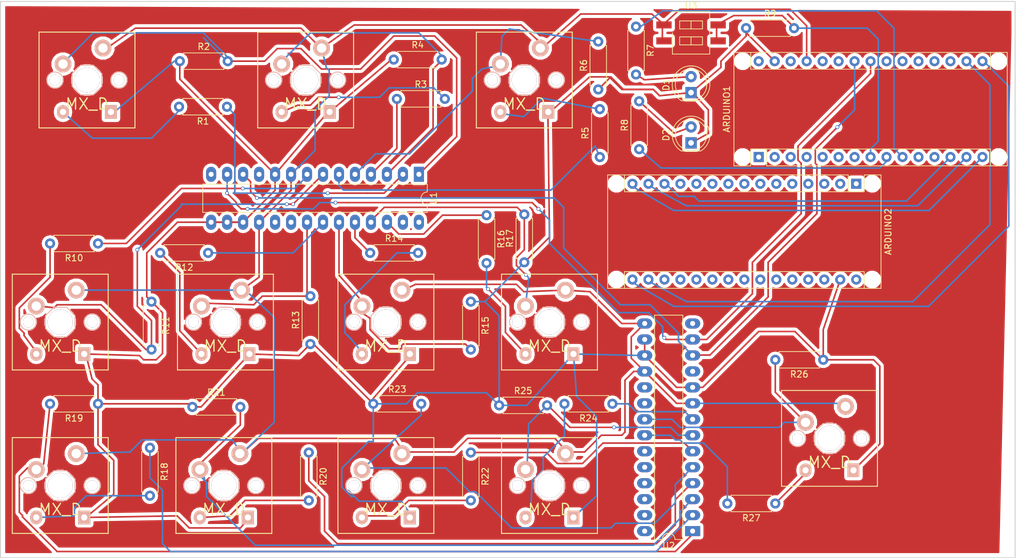
<source format=kicad_pcb>
(kicad_pcb (version 4) (host pcbnew 4.0.7)
  (title_block (title voctoknopf1) (date 2017-11-29))
  (layers (0 F.Cu signal) (31 B.Cu signal) (34 B.Paste user) (35 F.Paste user) (36 B.SilkS user) (37 F.SilkS user) (38 B.Mask user) (39 F.Mask user) (44 Edge.Cuts user))
  (net 0 "")
  (net 1 /GND)
  (net 2 "Net-(D1-Pad2)")
  (net 3 "Net-(D2-Pad2)")
  (net 4 "Net-(R1-Pad1)")
  (net 5 "Net-(R1-Pad2)")
  (net 6 "Net-(R2-Pad2)")
  (net 7 "Net-(R3-Pad1)")
  (net 8 "Net-(R3-Pad2)")
  (net 9 "Net-(R4-Pad2)")
  (net 10 "Net-(R5-Pad1)")
  (net 11 "Net-(R5-Pad2)")
  (net 12 "Net-(R6-Pad2)")
  (net 13 "Net-(ARDUINO1-Pad10)")
  (net 14 "Net-(ARDUINO1-Pad9)")
  (net 15 "Net-(ARDUINO1-Pad8)")
  (net 16 "Net-(R10-Pad1)")
  (net 17 "Net-(R10-Pad2)")
  (net 18 "Net-(R11-Pad2)")
  (net 19 "Net-(R12-Pad1)")
  (net 20 "Net-(R12-Pad2)")
  (net 21 "Net-(R13-Pad2)")
  (net 22 "Net-(R14-Pad1)")
  (net 23 "Net-(R14-Pad2)")
  (net 24 "Net-(R15-Pad2)")
  (net 25 "Net-(R16-Pad1)")
  (net 26 "Net-(R16-Pad2)")
  (net 27 "Net-(R17-Pad2)")
  (net 28 "Net-(R18-Pad1)")
  (net 29 "Net-(R18-Pad2)")
  (net 30 "Net-(R19-Pad2)")
  (net 31 "Net-(R20-Pad1)")
  (net 32 "Net-(R20-Pad2)")
  (net 33 "Net-(R21-Pad2)")
  (net 34 "Net-(R22-Pad1)")
  (net 35 "Net-(R22-Pad2)")
  (net 36 "Net-(R23-Pad2)")
  (net 37 "Net-(R24-Pad1)")
  (net 38 "Net-(R24-Pad2)")
  (net 39 "Net-(R25-Pad2)")
  (net 40 "Net-(R26-Pad2)")
  (net 41 "Net-(R27-Pad1)")
  (net 42 "Net-(R27-Pad2)")
  (net 43 /5V)
  (net 44 "Net-(U1-Pad19)")
  (net 45 "Net-(U1-Pad20)")
  (net 46 "Net-(ARDUINO1-Pad24)")
  (net 47 "Net-(ARDUINO1-Pad23)")
  (net 48 "Net-(U1-Pad27)")
  (net 49 "Net-(U1-Pad28)")
  (net 50 "Net-(U2-Pad19)")
  (net 51 "Net-(U2-Pad20)")
  (net 52 "Net-(U2-Pad23)")
  (net 53 "Net-(U2-Pad24)")
  (net 54 "Net-(U2-Pad25)")
  (net 55 "Net-(U2-Pad26)")
  (net 56 "Net-(U2-Pad27)")
  (net 57 "Net-(U2-Pad28)")
  (net 58 "Net-(ARDUINO1-Pad1)")
  (net 59 "Net-(ARDUINO1-Pad17)")
  (net 60 "Net-(ARDUINO1-Pad2)")
  (net 61 "Net-(ARDUINO1-Pad18)")
  (net 62 "Net-(ARDUINO1-Pad3)")
  (net 63 "Net-(ARDUINO1-Pad19)")
  (net 64 "Net-(ARDUINO1-Pad4)")
  (net 65 "Net-(ARDUINO1-Pad20)")
  (net 66 "Net-(ARDUINO1-Pad5)")
  (net 67 "Net-(ARDUINO1-Pad21)")
  (net 68 "Net-(ARDUINO1-Pad6)")
  (net 69 "Net-(ARDUINO1-Pad22)")
  (net 70 "Net-(ARDUINO1-Pad7)")
  (net 71 "Net-(ARDUINO1-Pad25)")
  (net 72 "Net-(ARDUINO1-Pad26)")
  (net 73 "Net-(ARDUINO1-Pad11)")
  (net 74 "Net-(ARDUINO1-Pad12)")
  (net 75 "Net-(ARDUINO1-Pad28)")
  (net 76 "Net-(ARDUINO1-Pad13)")
  (net 77 "Net-(ARDUINO1-Pad14)")
  (net 78 "Net-(ARDUINO1-Pad30)")
  (net 79 "Net-(ARDUINO1-Pad15)")
  (net 80 "Net-(ARDUINO1-Pad16)")
  (net 81 "Net-(ARDUINO2-Pad1)")
  (net 82 "Net-(ARDUINO2-Pad2)")
  (net 83 "Net-(ARDUINO2-Pad18)")
  (net 84 "Net-(ARDUINO2-Pad3)")
  (net 85 "Net-(ARDUINO2-Pad19)")
  (net 86 "Net-(ARDUINO2-Pad4)")
  (net 87 "Net-(ARDUINO2-Pad20)")
  (net 88 "Net-(ARDUINO2-Pad5)")
  (net 89 "Net-(ARDUINO2-Pad21)")
  (net 90 "Net-(ARDUINO2-Pad6)")
  (net 91 "Net-(ARDUINO2-Pad22)")
  (net 92 "Net-(ARDUINO2-Pad7)")
  (net 93 "Net-(ARDUINO2-Pad23)")
  (net 94 "Net-(ARDUINO2-Pad8)")
  (net 95 "Net-(ARDUINO2-Pad24)")
  (net 96 "Net-(ARDUINO2-Pad9)")
  (net 97 "Net-(ARDUINO2-Pad25)")
  (net 98 "Net-(ARDUINO2-Pad10)")
  (net 99 "Net-(ARDUINO2-Pad26)")
  (net 100 "Net-(ARDUINO2-Pad11)")
  (net 101 "Net-(ARDUINO2-Pad27)")
  (net 102 "Net-(ARDUINO2-Pad12)")
  (net 103 "Net-(ARDUINO2-Pad28)")
  (net 104 "Net-(ARDUINO2-Pad30)")
  (module LEDs:LED_D5.0mm (layer F.Cu) (at 126 31.25 90)
    (fp_text reference D1 (at 1.27 -3.96 90) (layer F.SilkS))
    (fp_text value LED)
    (pad 1 thru_hole rect (at 0 0 90) (size 1.8 1.8) (drill 0.9) (layers *.Cu *.Mask) (net 1 /GND))
    (pad 2 thru_hole circle (at 2.54 0 90) (size 1.8 1.8) (drill 0.9) (layers *.Cu *.Mask) (net 2 "Net-(D1-Pad2)"))
  )
  (module LEDs:LED_D5.0mm (layer F.Cu) (at 126 39.25 90)
    (fp_text reference D2 (at 1.27 -3.96 90) (layer F.SilkS))
    (fp_text value LED)
    (pad 1 thru_hole rect (at 0 0 90) (size 1.8 1.8) (drill 0.9) (layers *.Cu *.Mask) (net 1 /GND))
    (pad 2 thru_hole circle (at 2.54 0 90) (size 1.8 1.8) (drill 0.9) (layers *.Cu *.Mask) (net 3 "Net-(D2-Pad2)"))
  )
  (module Resistors_THT:R_Axial_DIN0207_L6.3mm_D2.5mm_P7.62mm_Horizontal (layer F.Cu) (at 52.25 33.5 180)
    (fp_text reference R1 (at 3.81 -2.31 180) (layer F.SilkS))
    (fp_text value 220)
    (pad 1 thru_hole circle (at 0 0 180) (size 1.6 1.6) (drill 0.8) (layers *.Cu *.Mask) (net 4 "Net-(R1-Pad1)"))
    (pad 2 thru_hole oval (at 7.62 0 180) (size 1.6 1.6) (drill 0.8) (layers *.Cu *.Mask) (net 5 "Net-(R1-Pad2)"))
  )
  (module Resistors_THT:R_Axial_DIN0207_L6.3mm_D2.5mm_P7.62mm_Horizontal (layer F.Cu) (at 44.75 26.25)
    (fp_text reference R2 (at 3.81 -2.31) (layer F.SilkS))
    (fp_text value "10 k")
    (pad 1 thru_hole circle (at 0 0) (size 1.6 1.6) (drill 0.8) (layers *.Cu *.Mask) (net 1 /GND))
    (pad 2 thru_hole oval (at 7.62 0) (size 1.6 1.6) (drill 0.8) (layers *.Cu *.Mask) (net 6 "Net-(R2-Pad2)"))
  )
  (module Resistors_THT:R_Axial_DIN0207_L6.3mm_D2.5mm_P7.62mm_Horizontal (layer F.Cu) (at 79.25 32.25)
    (fp_text reference R3 (at 3.81 -2.31) (layer F.SilkS))
    (fp_text value 220)
    (pad 1 thru_hole circle (at 0 0) (size 1.6 1.6) (drill 0.8) (layers *.Cu *.Mask) (net 7 "Net-(R3-Pad1)"))
    (pad 2 thru_hole oval (at 7.62 0) (size 1.6 1.6) (drill 0.8) (layers *.Cu *.Mask) (net 8 "Net-(R3-Pad2)"))
  )
  (module Resistors_THT:R_Axial_DIN0207_L6.3mm_D2.5mm_P7.62mm_Horizontal (layer F.Cu) (at 78.75 26)
    (fp_text reference R4 (at 3.81 -2.31) (layer F.SilkS))
    (fp_text value "10 k")
    (pad 1 thru_hole circle (at 0 0) (size 1.6 1.6) (drill 0.8) (layers *.Cu *.Mask) (net 1 /GND))
    (pad 2 thru_hole oval (at 7.62 0) (size 1.6 1.6) (drill 0.8) (layers *.Cu *.Mask) (net 9 "Net-(R4-Pad2)"))
  )
  (module Resistors_THT:R_Axial_DIN0207_L6.3mm_D2.5mm_P7.62mm_Horizontal (layer F.Cu) (at 111.5 41.5 90)
    (fp_text reference R5 (at 3.81 -2.31 90) (layer F.SilkS))
    (fp_text value 220)
    (pad 1 thru_hole circle (at 0 0 90) (size 1.6 1.6) (drill 0.8) (layers *.Cu *.Mask) (net 10 "Net-(R5-Pad1)"))
    (pad 2 thru_hole oval (at 7.62 0 90) (size 1.6 1.6) (drill 0.8) (layers *.Cu *.Mask) (net 11 "Net-(R5-Pad2)"))
  )
  (module Resistors_THT:R_Axial_DIN0207_L6.3mm_D2.5mm_P7.62mm_Horizontal (layer F.Cu) (at 111.25 30.75 90)
    (fp_text reference R6 (at 3.81 -2.31 90) (layer F.SilkS))
    (fp_text value "10 k")
    (pad 1 thru_hole circle (at 0 0 90) (size 1.6 1.6) (drill 0.8) (layers *.Cu *.Mask) (net 1 /GND))
    (pad 2 thru_hole oval (at 7.62 0 90) (size 1.6 1.6) (drill 0.8) (layers *.Cu *.Mask) (net 12 "Net-(R6-Pad2)"))
  )
  (module Resistors_THT:R_Axial_DIN0207_L6.3mm_D2.5mm_P7.62mm_Horizontal (layer F.Cu) (at 117.25 20.75 270)
    (fp_text reference R7 (at 3.81 -2.31 270) (layer F.SilkS))
    (fp_text value 220)
    (pad 1 thru_hole circle (at 0 0 270) (size 1.6 1.6) (drill 0.8) (layers *.Cu *.Mask) (net 13 "Net-(ARDUINO1-Pad10)"))
    (pad 2 thru_hole oval (at 7.62 0 270) (size 1.6 1.6) (drill 0.8) (layers *.Cu *.Mask) (net 2 "Net-(D1-Pad2)"))
  )
  (module Resistors_THT:R_Axial_DIN0207_L6.3mm_D2.5mm_P7.62mm_Horizontal (layer F.Cu) (at 117.75 40.25 90)
    (fp_text reference R8 (at 3.81 -2.31 90) (layer F.SilkS))
    (fp_text value 220)
    (pad 1 thru_hole circle (at 0 0 90) (size 1.6 1.6) (drill 0.8) (layers *.Cu *.Mask) (net 14 "Net-(ARDUINO1-Pad9)"))
    (pad 2 thru_hole oval (at 7.62 0 90) (size 1.6 1.6) (drill 0.8) (layers *.Cu *.Mask) (net 3 "Net-(D2-Pad2)"))
  )
  (module Resistors_THT:R_Axial_DIN0207_L6.3mm_D2.5mm_P7.62mm_Horizontal (layer F.Cu) (at 134.75 21)
    (fp_text reference R9 (at 3.81 -2.31) (layer F.SilkS))
    (fp_text value "10 k")
    (pad 1 thru_hole circle (at 0 0) (size 1.6 1.6) (drill 0.8) (layers *.Cu *.Mask) (net 1 /GND))
    (pad 2 thru_hole oval (at 7.62 0) (size 1.6 1.6) (drill 0.8) (layers *.Cu *.Mask) (net 15 "Net-(ARDUINO1-Pad8)"))
  )
  (module Resistors_THT:R_Axial_DIN0207_L6.3mm_D2.5mm_P7.62mm_Horizontal (layer F.Cu) (at 31.75 55.25 180)
    (fp_text reference R10 (at 3.81 -2.31 180) (layer F.SilkS))
    (fp_text value 220)
    (pad 1 thru_hole circle (at 0 0 180) (size 1.6 1.6) (drill 0.8) (layers *.Cu *.Mask) (net 16 "Net-(R10-Pad1)"))
    (pad 2 thru_hole oval (at 7.62 0 180) (size 1.6 1.6) (drill 0.8) (layers *.Cu *.Mask) (net 17 "Net-(R10-Pad2)"))
  )
  (module Resistors_THT:R_Axial_DIN0207_L6.3mm_D2.5mm_P7.62mm_Horizontal (layer F.Cu) (at 40.25 64.5 270)
    (fp_text reference R11 (at 3.81 -2.31 270) (layer F.SilkS))
    (fp_text value "10 k")
    (pad 1 thru_hole circle (at 0 0 270) (size 1.6 1.6) (drill 0.8) (layers *.Cu *.Mask) (net 1 /GND))
    (pad 2 thru_hole oval (at 7.62 0 270) (size 1.6 1.6) (drill 0.8) (layers *.Cu *.Mask) (net 18 "Net-(R11-Pad2)"))
  )
  (module Resistors_THT:R_Axial_DIN0207_L6.3mm_D2.5mm_P7.62mm_Horizontal (layer F.Cu) (at 49.25 56.75 180)
    (fp_text reference R12 (at 3.81 -2.31 180) (layer F.SilkS))
    (fp_text value 220)
    (pad 1 thru_hole circle (at 0 0 180) (size 1.6 1.6) (drill 0.8) (layers *.Cu *.Mask) (net 19 "Net-(R12-Pad1)"))
    (pad 2 thru_hole oval (at 7.62 0 180) (size 1.6 1.6) (drill 0.8) (layers *.Cu *.Mask) (net 20 "Net-(R12-Pad2)"))
  )
  (module Resistors_THT:R_Axial_DIN0207_L6.3mm_D2.5mm_P7.62mm_Horizontal (layer F.Cu) (at 65.5 71.25 90)
    (fp_text reference R13 (at 3.81 -2.31 90) (layer F.SilkS))
    (fp_text value "10 k")
    (pad 1 thru_hole circle (at 0 0 90) (size 1.6 1.6) (drill 0.8) (layers *.Cu *.Mask) (net 1 /GND))
    (pad 2 thru_hole oval (at 7.62 0 90) (size 1.6 1.6) (drill 0.8) (layers *.Cu *.Mask) (net 21 "Net-(R13-Pad2)"))
  )
  (module Resistors_THT:R_Axial_DIN0207_L6.3mm_D2.5mm_P7.62mm_Horizontal (layer F.Cu) (at 75 56.75)
    (fp_text reference R14 (at 3.81 -2.31) (layer F.SilkS))
    (fp_text value 220)
    (pad 1 thru_hole circle (at 0 0) (size 1.6 1.6) (drill 0.8) (layers *.Cu *.Mask) (net 22 "Net-(R14-Pad1)"))
    (pad 2 thru_hole oval (at 7.62 0) (size 1.6 1.6) (drill 0.8) (layers *.Cu *.Mask) (net 23 "Net-(R14-Pad2)"))
  )
  (module Resistors_THT:R_Axial_DIN0207_L6.3mm_D2.5mm_P7.62mm_Horizontal (layer F.Cu) (at 91 64.5 270)
    (fp_text reference R15 (at 3.81 -2.31 270) (layer F.SilkS))
    (fp_text value "10 k")
    (pad 1 thru_hole circle (at 0 0 270) (size 1.6 1.6) (drill 0.8) (layers *.Cu *.Mask) (net 1 /GND))
    (pad 2 thru_hole oval (at 7.62 0 270) (size 1.6 1.6) (drill 0.8) (layers *.Cu *.Mask) (net 24 "Net-(R15-Pad2)"))
  )
  (module Resistors_THT:R_Axial_DIN0207_L6.3mm_D2.5mm_P7.62mm_Horizontal (layer F.Cu) (at 93.5 50.75 270)
    (fp_text reference R16 (at 3.81 -2.31 270) (layer F.SilkS))
    (fp_text value 220)
    (pad 1 thru_hole circle (at 0 0 270) (size 1.6 1.6) (drill 0.8) (layers *.Cu *.Mask) (net 25 "Net-(R16-Pad1)"))
    (pad 2 thru_hole oval (at 7.62 0 270) (size 1.6 1.6) (drill 0.8) (layers *.Cu *.Mask) (net 26 "Net-(R16-Pad2)"))
  )
  (module Resistors_THT:R_Axial_DIN0207_L6.3mm_D2.5mm_P7.62mm_Horizontal (layer F.Cu) (at 99.5 58.25 90)
    (fp_text reference R17 (at 3.81 -2.31 90) (layer F.SilkS))
    (fp_text value "10 k")
    (pad 1 thru_hole circle (at 0 0 90) (size 1.6 1.6) (drill 0.8) (layers *.Cu *.Mask) (net 1 /GND))
    (pad 2 thru_hole oval (at 7.62 0 90) (size 1.6 1.6) (drill 0.8) (layers *.Cu *.Mask) (net 27 "Net-(R17-Pad2)"))
  )
  (module Resistors_THT:R_Axial_DIN0207_L6.3mm_D2.5mm_P7.62mm_Horizontal (layer F.Cu) (at 40 87.75 270)
    (fp_text reference R18 (at 3.81 -2.31 270) (layer F.SilkS))
    (fp_text value 220)
    (pad 1 thru_hole circle (at 0 0 270) (size 1.6 1.6) (drill 0.8) (layers *.Cu *.Mask) (net 28 "Net-(R18-Pad1)"))
    (pad 2 thru_hole oval (at 7.62 0 270) (size 1.6 1.6) (drill 0.8) (layers *.Cu *.Mask) (net 29 "Net-(R18-Pad2)"))
  )
  (module Resistors_THT:R_Axial_DIN0207_L6.3mm_D2.5mm_P7.62mm_Horizontal (layer F.Cu) (at 31.75 80.75 180)
    (fp_text reference R19 (at 3.81 -2.31 180) (layer F.SilkS))
    (fp_text value "10 k")
    (pad 1 thru_hole circle (at 0 0 180) (size 1.6 1.6) (drill 0.8) (layers *.Cu *.Mask) (net 1 /GND))
    (pad 2 thru_hole oval (at 7.62 0 180) (size 1.6 1.6) (drill 0.8) (layers *.Cu *.Mask) (net 30 "Net-(R19-Pad2)"))
  )
  (module Resistors_THT:R_Axial_DIN0207_L6.3mm_D2.5mm_P7.62mm_Horizontal (layer F.Cu) (at 65.25 88.5 270)
    (fp_text reference R20 (at 3.81 -2.31 270) (layer F.SilkS))
    (fp_text value 220)
    (pad 1 thru_hole circle (at 0 0 270) (size 1.6 1.6) (drill 0.8) (layers *.Cu *.Mask) (net 31 "Net-(R20-Pad1)"))
    (pad 2 thru_hole oval (at 7.62 0 270) (size 1.6 1.6) (drill 0.8) (layers *.Cu *.Mask) (net 32 "Net-(R20-Pad2)"))
  )
  (module Resistors_THT:R_Axial_DIN0207_L6.3mm_D2.5mm_P7.62mm_Horizontal (layer F.Cu) (at 46.75 81.25)
    (fp_text reference R21 (at 3.81 -2.31) (layer F.SilkS))
    (fp_text value "10 k")
    (pad 1 thru_hole circle (at 0 0) (size 1.6 1.6) (drill 0.8) (layers *.Cu *.Mask) (net 1 /GND))
    (pad 2 thru_hole oval (at 7.62 0) (size 1.6 1.6) (drill 0.8) (layers *.Cu *.Mask) (net 33 "Net-(R21-Pad2)"))
  )
  (module Resistors_THT:R_Axial_DIN0207_L6.3mm_D2.5mm_P7.62mm_Horizontal (layer F.Cu) (at 91 88.5 270)
    (fp_text reference R22 (at 3.81 -2.31 270) (layer F.SilkS))
    (fp_text value 220)
    (pad 1 thru_hole circle (at 0 0 270) (size 1.6 1.6) (drill 0.8) (layers *.Cu *.Mask) (net 34 "Net-(R22-Pad1)"))
    (pad 2 thru_hole oval (at 7.62 0 270) (size 1.6 1.6) (drill 0.8) (layers *.Cu *.Mask) (net 35 "Net-(R22-Pad2)"))
  )
  (module Resistors_THT:R_Axial_DIN0207_L6.3mm_D2.5mm_P7.62mm_Horizontal (layer F.Cu) (at 75.5 80.75)
    (fp_text reference R23 (at 3.81 -2.31) (layer F.SilkS))
    (fp_text value "10 k")
    (pad 1 thru_hole circle (at 0 0) (size 1.6 1.6) (drill 0.8) (layers *.Cu *.Mask) (net 1 /GND))
    (pad 2 thru_hole oval (at 7.62 0) (size 1.6 1.6) (drill 0.8) (layers *.Cu *.Mask) (net 36 "Net-(R23-Pad2)"))
  )
  (module Resistors_THT:R_Axial_DIN0207_L6.3mm_D2.5mm_P7.62mm_Horizontal (layer F.Cu) (at 113.5 80.75 180)
    (fp_text reference R24 (at 3.81 -2.31 180) (layer F.SilkS))
    (fp_text value 220)
    (pad 1 thru_hole circle (at 0 0 180) (size 1.6 1.6) (drill 0.8) (layers *.Cu *.Mask) (net 37 "Net-(R24-Pad1)"))
    (pad 2 thru_hole oval (at 7.62 0 180) (size 1.6 1.6) (drill 0.8) (layers *.Cu *.Mask) (net 38 "Net-(R24-Pad2)"))
  )
  (module Resistors_THT:R_Axial_DIN0207_L6.3mm_D2.5mm_P7.62mm_Horizontal (layer F.Cu) (at 95.5 81)
    (fp_text reference R25 (at 3.81 -2.31) (layer F.SilkS))
    (fp_text value "10 k")
    (pad 1 thru_hole circle (at 0 0) (size 1.6 1.6) (drill 0.8) (layers *.Cu *.Mask) (net 1 /GND))
    (pad 2 thru_hole oval (at 7.62 0) (size 1.6 1.6) (drill 0.8) (layers *.Cu *.Mask) (net 39 "Net-(R25-Pad2)"))
  )
  (module Resistors_THT:R_Axial_DIN0207_L6.3mm_D2.5mm_P7.62mm_Horizontal (layer F.Cu) (at 147.01 73.75 180)
    (fp_text reference R26 (at 3.81 -2.31 180) (layer F.SilkS))
    (fp_text value "10 k")
    (pad 1 thru_hole circle (at 0 0 180) (size 1.6 1.6) (drill 0.8) (layers *.Cu *.Mask) (net 1 /GND))
    (pad 2 thru_hole oval (at 7.62 0 180) (size 1.6 1.6) (drill 0.8) (layers *.Cu *.Mask) (net 40 "Net-(R26-Pad2)"))
  )
  (module Resistors_THT:R_Axial_DIN0207_L6.3mm_D2.5mm_P7.62mm_Horizontal (layer F.Cu) (at 139.39 96.61 180)
    (fp_text reference R27 (at 3.81 -2.31 180) (layer F.SilkS))
    (fp_text value 220)
    (pad 1 thru_hole circle (at 0 0 180) (size 1.6 1.6) (drill 0.8) (layers *.Cu *.Mask) (net 41 "Net-(R27-Pad1)"))
    (pad 2 thru_hole oval (at 7.62 0 180) (size 1.6 1.6) (drill 0.8) (layers *.Cu *.Mask) (net 42 "Net-(R27-Pad2)"))
  )
  (module cherry:SW_PCB_4PIN (layer F.Cu) (at 30 29.25)
    (fp_text reference SW1 hide)
    (fp_text value MX_D (at 0 3.81) (layer F.SilkS) (effects (font (size 1.778 1.778) (thickness 0.2032))))
    (pad 1 thru_hole circle (at 2.54 -5.08) (size 2.667 2.667) (drill 1.4986) (layers *.Cu *.SilkS *.Mask) (net 43 /5V))
    (pad 2 thru_hole circle (at -3.81 -2.54) (size 2.667 2.667) (drill 1.4986) (layers *.Cu *.SilkS *.Mask) (net 6 "Net-(R2-Pad2)"))
    (pad 3 thru_hole oval (at -3.81 5.08) (size 1.905 2.159) (drill 0.9906) (layers *.Cu *.SilkS *.Mask) (net 5 "Net-(R1-Pad2)"))
    (pad 4 thru_hole rect (at 3.81 5.08) (size 1.905 2.159) (drill 0.9906) (layers *.Cu *.SilkS *.Mask) (net 1 /GND))
    (pad HOLE thru_hole circle (at 5.08 0) (size 1.7018 1.7018) (drill 1.7018) (layers *.Cu))
    (pad HOLE thru_hole circle (at -5.08 0) (size 1.7018 1.7018) (drill 1.7018) (layers *.Cu))
    (pad HOLE thru_hole circle (at 0 0) (size 3.9878 3.9878) (drill 3.9878) (layers *.Cu))
  )
  (module cherry:SW_PCB_4PIN (layer F.Cu) (at 64.75 29.25)
    (fp_text reference SW2 hide)
    (fp_text value MX_D (at 0 3.81) (layer F.SilkS) (effects (font (size 1.778 1.778) (thickness 0.2032))))
    (pad 1 thru_hole circle (at 2.54 -5.08) (size 2.667 2.667) (drill 1.4986) (layers *.Cu *.SilkS *.Mask) (net 43 /5V))
    (pad 2 thru_hole circle (at -3.81 -2.54) (size 2.667 2.667) (drill 1.4986) (layers *.Cu *.SilkS *.Mask) (net 9 "Net-(R4-Pad2)"))
    (pad 3 thru_hole oval (at -3.81 5.08) (size 1.905 2.159) (drill 0.9906) (layers *.Cu *.SilkS *.Mask) (net 8 "Net-(R3-Pad2)"))
    (pad 4 thru_hole rect (at 3.81 5.08) (size 1.905 2.159) (drill 0.9906) (layers *.Cu *.SilkS *.Mask) (net 1 /GND))
    (pad HOLE thru_hole circle (at 5.08 0) (size 1.7018 1.7018) (drill 1.7018) (layers *.Cu))
    (pad HOLE thru_hole circle (at -5.08 0) (size 1.7018 1.7018) (drill 1.7018) (layers *.Cu))
    (pad HOLE thru_hole circle (at 0 0) (size 3.9878 3.9878) (drill 3.9878) (layers *.Cu))
  )
  (module cherry:SW_PCB_4PIN (layer F.Cu) (at 99.5 29.25)
    (fp_text reference SW3 hide)
    (fp_text value MX_D (at 0 3.81) (layer F.SilkS) (effects (font (size 1.778 1.778) (thickness 0.2032))))
    (pad 1 thru_hole circle (at 2.54 -5.08) (size 2.667 2.667) (drill 1.4986) (layers *.Cu *.SilkS *.Mask) (net 43 /5V))
    (pad 2 thru_hole circle (at -3.81 -2.54) (size 2.667 2.667) (drill 1.4986) (layers *.Cu *.SilkS *.Mask) (net 12 "Net-(R6-Pad2)"))
    (pad 3 thru_hole oval (at -3.81 5.08) (size 1.905 2.159) (drill 0.9906) (layers *.Cu *.SilkS *.Mask) (net 11 "Net-(R5-Pad2)"))
    (pad 4 thru_hole rect (at 3.81 5.08) (size 1.905 2.159) (drill 0.9906) (layers *.Cu *.SilkS *.Mask) (net 1 /GND))
    (pad HOLE thru_hole circle (at 5.08 0) (size 1.7018 1.7018) (drill 1.7018) (layers *.Cu))
    (pad HOLE thru_hole circle (at -5.08 0) (size 1.7018 1.7018) (drill 1.7018) (layers *.Cu))
    (pad HOLE thru_hole circle (at 0 0) (size 3.9878 3.9878) (drill 3.9878) (layers *.Cu))
  )
  (module cherry:SW_PCB_4PIN (layer F.Cu) (at 25.75 67.75)
    (fp_text reference SW4 hide)
    (fp_text value MX_D (at 0 3.81) (layer F.SilkS) (effects (font (size 1.778 1.778) (thickness 0.2032))))
    (pad 1 thru_hole circle (at 2.54 -5.08) (size 2.667 2.667) (drill 1.4986) (layers *.Cu *.SilkS *.Mask) (net 43 /5V))
    (pad 2 thru_hole circle (at -3.81 -2.54) (size 2.667 2.667) (drill 1.4986) (layers *.Cu *.SilkS *.Mask) (net 18 "Net-(R11-Pad2)"))
    (pad 3 thru_hole oval (at -3.81 5.08) (size 1.905 2.159) (drill 0.9906) (layers *.Cu *.SilkS *.Mask) (net 17 "Net-(R10-Pad2)"))
    (pad 4 thru_hole rect (at 3.81 5.08) (size 1.905 2.159) (drill 0.9906) (layers *.Cu *.SilkS *.Mask) (net 1 /GND))
    (pad HOLE thru_hole circle (at 5.08 0) (size 1.7018 1.7018) (drill 1.7018) (layers *.Cu))
    (pad HOLE thru_hole circle (at -5.08 0) (size 1.7018 1.7018) (drill 1.7018) (layers *.Cu))
    (pad HOLE thru_hole circle (at 0 0) (size 3.9878 3.9878) (drill 3.9878) (layers *.Cu))
  )
  (module cherry:SW_PCB_4PIN (layer F.Cu) (at 52 67.75)
    (fp_text reference SW5 hide)
    (fp_text value MX_D (at 0 3.81) (layer F.SilkS) (effects (font (size 1.778 1.778) (thickness 0.2032))))
    (pad 1 thru_hole circle (at 2.54 -5.08) (size 2.667 2.667) (drill 1.4986) (layers *.Cu *.SilkS *.Mask) (net 43 /5V))
    (pad 2 thru_hole circle (at -3.81 -2.54) (size 2.667 2.667) (drill 1.4986) (layers *.Cu *.SilkS *.Mask) (net 21 "Net-(R13-Pad2)"))
    (pad 3 thru_hole oval (at -3.81 5.08) (size 1.905 2.159) (drill 0.9906) (layers *.Cu *.SilkS *.Mask) (net 20 "Net-(R12-Pad2)"))
    (pad 4 thru_hole rect (at 3.81 5.08) (size 1.905 2.159) (drill 0.9906) (layers *.Cu *.SilkS *.Mask) (net 1 /GND))
    (pad HOLE thru_hole circle (at 5.08 0) (size 1.7018 1.7018) (drill 1.7018) (layers *.Cu))
    (pad HOLE thru_hole circle (at -5.08 0) (size 1.7018 1.7018) (drill 1.7018) (layers *.Cu))
    (pad HOLE thru_hole circle (at 0 0) (size 3.9878 3.9878) (drill 3.9878) (layers *.Cu))
  )
  (module cherry:SW_PCB_4PIN (layer F.Cu) (at 77.5 67.75)
    (fp_text reference SW6 hide)
    (fp_text value MX_D (at 0 3.81) (layer F.SilkS) (effects (font (size 1.778 1.778) (thickness 0.2032))))
    (pad 1 thru_hole circle (at 2.54 -5.08) (size 2.667 2.667) (drill 1.4986) (layers *.Cu *.SilkS *.Mask) (net 43 /5V))
    (pad 2 thru_hole circle (at -3.81 -2.54) (size 2.667 2.667) (drill 1.4986) (layers *.Cu *.SilkS *.Mask) (net 24 "Net-(R15-Pad2)"))
    (pad 3 thru_hole oval (at -3.81 5.08) (size 1.905 2.159) (drill 0.9906) (layers *.Cu *.SilkS *.Mask) (net 23 "Net-(R14-Pad2)"))
    (pad 4 thru_hole rect (at 3.81 5.08) (size 1.905 2.159) (drill 0.9906) (layers *.Cu *.SilkS *.Mask) (net 1 /GND))
    (pad HOLE thru_hole circle (at 5.08 0) (size 1.7018 1.7018) (drill 1.7018) (layers *.Cu))
    (pad HOLE thru_hole circle (at -5.08 0) (size 1.7018 1.7018) (drill 1.7018) (layers *.Cu))
    (pad HOLE thru_hole circle (at 0 0) (size 3.9878 3.9878) (drill 3.9878) (layers *.Cu))
  )
  (module cherry:SW_PCB_4PIN (layer F.Cu) (at 103.5 67.75)
    (fp_text reference SW7 hide)
    (fp_text value MX_D (at 0 3.81) (layer F.SilkS) (effects (font (size 1.778 1.778) (thickness 0.2032))))
    (pad 1 thru_hole circle (at 2.54 -5.08) (size 2.667 2.667) (drill 1.4986) (layers *.Cu *.SilkS *.Mask) (net 43 /5V))
    (pad 2 thru_hole circle (at -3.81 -2.54) (size 2.667 2.667) (drill 1.4986) (layers *.Cu *.SilkS *.Mask) (net 27 "Net-(R17-Pad2)"))
    (pad 3 thru_hole oval (at -3.81 5.08) (size 1.905 2.159) (drill 0.9906) (layers *.Cu *.SilkS *.Mask) (net 26 "Net-(R16-Pad2)"))
    (pad 4 thru_hole rect (at 3.81 5.08) (size 1.905 2.159) (drill 0.9906) (layers *.Cu *.SilkS *.Mask) (net 1 /GND))
    (pad HOLE thru_hole circle (at 5.08 0) (size 1.7018 1.7018) (drill 1.7018) (layers *.Cu))
    (pad HOLE thru_hole circle (at -5.08 0) (size 1.7018 1.7018) (drill 1.7018) (layers *.Cu))
    (pad HOLE thru_hole circle (at 0 0) (size 3.9878 3.9878) (drill 3.9878) (layers *.Cu))
  )
  (module cherry:SW_PCB_4PIN (layer F.Cu) (at 25.75 93.75)
    (fp_text reference SW8 hide)
    (fp_text value MX_D (at 0 3.81) (layer F.SilkS) (effects (font (size 1.778 1.778) (thickness 0.2032))))
    (pad 1 thru_hole circle (at 2.54 -5.08) (size 2.667 2.667) (drill 1.4986) (layers *.Cu *.SilkS *.Mask) (net 43 /5V))
    (pad 2 thru_hole circle (at -3.81 -2.54) (size 2.667 2.667) (drill 1.4986) (layers *.Cu *.SilkS *.Mask) (net 30 "Net-(R19-Pad2)"))
    (pad 3 thru_hole oval (at -3.81 5.08) (size 1.905 2.159) (drill 0.9906) (layers *.Cu *.SilkS *.Mask) (net 29 "Net-(R18-Pad2)"))
    (pad 4 thru_hole rect (at 3.81 5.08) (size 1.905 2.159) (drill 0.9906) (layers *.Cu *.SilkS *.Mask) (net 1 /GND))
    (pad HOLE thru_hole circle (at 5.08 0) (size 1.7018 1.7018) (drill 1.7018) (layers *.Cu))
    (pad HOLE thru_hole circle (at -5.08 0) (size 1.7018 1.7018) (drill 1.7018) (layers *.Cu))
    (pad HOLE thru_hole circle (at 0 0) (size 3.9878 3.9878) (drill 3.9878) (layers *.Cu))
  )
  (module cherry:SW_PCB_4PIN (layer F.Cu) (at 51.75 93.75)
    (fp_text reference SW9 hide)
    (fp_text value MX_D (at 0 3.81) (layer F.SilkS) (effects (font (size 1.778 1.778) (thickness 0.2032))))
    (pad 1 thru_hole circle (at 2.54 -5.08) (size 2.667 2.667) (drill 1.4986) (layers *.Cu *.SilkS *.Mask) (net 43 /5V))
    (pad 2 thru_hole circle (at -3.81 -2.54) (size 2.667 2.667) (drill 1.4986) (layers *.Cu *.SilkS *.Mask) (net 33 "Net-(R21-Pad2)"))
    (pad 3 thru_hole oval (at -3.81 5.08) (size 1.905 2.159) (drill 0.9906) (layers *.Cu *.SilkS *.Mask) (net 32 "Net-(R20-Pad2)"))
    (pad 4 thru_hole rect (at 3.81 5.08) (size 1.905 2.159) (drill 0.9906) (layers *.Cu *.SilkS *.Mask) (net 1 /GND))
    (pad HOLE thru_hole circle (at 5.08 0) (size 1.7018 1.7018) (drill 1.7018) (layers *.Cu))
    (pad HOLE thru_hole circle (at -5.08 0) (size 1.7018 1.7018) (drill 1.7018) (layers *.Cu))
    (pad HOLE thru_hole circle (at 0 0) (size 3.9878 3.9878) (drill 3.9878) (layers *.Cu))
  )
  (module cherry:SW_PCB_4PIN (layer F.Cu) (at 77.5 93.75)
    (fp_text reference SW10 hide)
    (fp_text value MX_D (at 0 3.81) (layer F.SilkS) (effects (font (size 1.778 1.778) (thickness 0.2032))))
    (pad 1 thru_hole circle (at 2.54 -5.08) (size 2.667 2.667) (drill 1.4986) (layers *.Cu *.SilkS *.Mask) (net 43 /5V))
    (pad 2 thru_hole circle (at -3.81 -2.54) (size 2.667 2.667) (drill 1.4986) (layers *.Cu *.SilkS *.Mask) (net 36 "Net-(R23-Pad2)"))
    (pad 3 thru_hole oval (at -3.81 5.08) (size 1.905 2.159) (drill 0.9906) (layers *.Cu *.SilkS *.Mask) (net 35 "Net-(R22-Pad2)"))
    (pad 4 thru_hole rect (at 3.81 5.08) (size 1.905 2.159) (drill 0.9906) (layers *.Cu *.SilkS *.Mask) (net 1 /GND))
    (pad HOLE thru_hole circle (at 5.08 0) (size 1.7018 1.7018) (drill 1.7018) (layers *.Cu))
    (pad HOLE thru_hole circle (at -5.08 0) (size 1.7018 1.7018) (drill 1.7018) (layers *.Cu))
    (pad HOLE thru_hole circle (at 0 0) (size 3.9878 3.9878) (drill 3.9878) (layers *.Cu))
  )
  (module cherry:SW_PCB_4PIN (layer F.Cu) (at 103.5 93.75)
    (fp_text reference SW11 hide)
    (fp_text value MX_D (at 0 3.81) (layer F.SilkS) (effects (font (size 1.778 1.778) (thickness 0.2032))))
    (pad 1 thru_hole circle (at 2.54 -5.08) (size 2.667 2.667) (drill 1.4986) (layers *.Cu *.SilkS *.Mask) (net 43 /5V))
    (pad 2 thru_hole circle (at -3.81 -2.54) (size 2.667 2.667) (drill 1.4986) (layers *.Cu *.SilkS *.Mask) (net 39 "Net-(R25-Pad2)"))
    (pad 3 thru_hole oval (at -3.81 5.08) (size 1.905 2.159) (drill 0.9906) (layers *.Cu *.SilkS *.Mask) (net 38 "Net-(R24-Pad2)"))
    (pad 4 thru_hole rect (at 3.81 5.08) (size 1.905 2.159) (drill 0.9906) (layers *.Cu *.SilkS *.Mask) (net 1 /GND))
    (pad HOLE thru_hole circle (at 5.08 0) (size 1.7018 1.7018) (drill 1.7018) (layers *.Cu))
    (pad HOLE thru_hole circle (at -5.08 0) (size 1.7018 1.7018) (drill 1.7018) (layers *.Cu))
    (pad HOLE thru_hole circle (at 0 0) (size 3.9878 3.9878) (drill 3.9878) (layers *.Cu))
  )
  (module cherry:SW_PCB_4PIN (layer F.Cu) (at 148 86.25)
    (fp_text reference SW12 hide)
    (fp_text value MX_D (at 0 3.81) (layer F.SilkS) (effects (font (size 1.778 1.778) (thickness 0.2032))))
    (pad 1 thru_hole circle (at 2.54 -5.08) (size 2.667 2.667) (drill 1.4986) (layers *.Cu *.SilkS *.Mask) (net 43 /5V))
    (pad 2 thru_hole circle (at -3.81 -2.54) (size 2.667 2.667) (drill 1.4986) (layers *.Cu *.SilkS *.Mask) (net 40 "Net-(R26-Pad2)"))
    (pad 3 thru_hole oval (at -3.81 5.08) (size 1.905 2.159) (drill 0.9906) (layers *.Cu *.SilkS *.Mask) (net 41 "Net-(R27-Pad1)"))
    (pad 4 thru_hole rect (at 3.81 5.08) (size 1.905 2.159) (drill 0.9906) (layers *.Cu *.SilkS *.Mask) (net 1 /GND))
    (pad HOLE thru_hole circle (at 5.08 0) (size 1.7018 1.7018) (drill 1.7018) (layers *.Cu))
    (pad HOLE thru_hole circle (at -5.08 0) (size 1.7018 1.7018) (drill 1.7018) (layers *.Cu))
    (pad HOLE thru_hole circle (at 0 0) (size 3.9878 3.9878) (drill 3.9878) (layers *.Cu))
  )
  (module Housings_DIP:DIP-28_W7.62mm_LongPads (layer F.Cu) (at 82.75 44.25 270)
    (fp_text reference U1 (at 3.81 -2.33 270) (layer F.SilkS))
    (fp_text value MCP23017)
    (pad 1 thru_hole rect (at 0 0 270) (size 2.4 1.6) (drill 0.8) (layers *.Cu *.Mask) (net 6 "Net-(R2-Pad2)"))
    (pad 15 thru_hole oval (at 7.62 33.02 270) (size 2.4 1.6) (drill 0.8) (layers *.Cu *.Mask) (net 1 /GND))
    (pad 2 thru_hole oval (at 0 2.54 270) (size 2.4 1.6) (drill 0.8) (layers *.Cu *.Mask) (net 4 "Net-(R1-Pad1)"))
    (pad 16 thru_hole oval (at 7.62 30.48 270) (size 2.4 1.6) (drill 0.8) (layers *.Cu *.Mask) (net 1 /GND))
    (pad 3 thru_hole oval (at 0 5.08 270) (size 2.4 1.6) (drill 0.8) (layers *.Cu *.Mask) (net 9 "Net-(R4-Pad2)"))
    (pad 17 thru_hole oval (at 7.62 27.94 270) (size 2.4 1.6) (drill 0.8) (layers *.Cu *.Mask) (net 1 /GND))
    (pad 4 thru_hole oval (at 0 7.62 270) (size 2.4 1.6) (drill 0.8) (layers *.Cu *.Mask) (net 7 "Net-(R3-Pad1)"))
    (pad 18 thru_hole oval (at 7.62 25.4 270) (size 2.4 1.6) (drill 0.8) (layers *.Cu *.Mask) (net 43 /5V))
    (pad 5 thru_hole oval (at 0 10.16 270) (size 2.4 1.6) (drill 0.8) (layers *.Cu *.Mask) (net 12 "Net-(R6-Pad2)"))
    (pad 19 thru_hole oval (at 7.62 22.86 270) (size 2.4 1.6) (drill 0.8) (layers *.Cu *.Mask) (net 44 "Net-(U1-Pad19)"))
    (pad 6 thru_hole oval (at 0 12.7 270) (size 2.4 1.6) (drill 0.8) (layers *.Cu *.Mask) (net 10 "Net-(R5-Pad1)"))
    (pad 20 thru_hole oval (at 7.62 20.32 270) (size 2.4 1.6) (drill 0.8) (layers *.Cu *.Mask) (net 45 "Net-(U1-Pad20)"))
    (pad 7 thru_hole oval (at 0 15.24 270) (size 2.4 1.6) (drill 0.8) (layers *.Cu *.Mask) (net 18 "Net-(R11-Pad2)"))
    (pad 21 thru_hole oval (at 7.62 17.78 270) (size 2.4 1.6) (drill 0.8) (layers *.Cu *.Mask) (net 21 "Net-(R13-Pad2)"))
    (pad 8 thru_hole oval (at 0 17.78 270) (size 2.4 1.6) (drill 0.8) (layers *.Cu *.Mask) (net 16 "Net-(R10-Pad1)"))
    (pad 22 thru_hole oval (at 7.62 15.24 270) (size 2.4 1.6) (drill 0.8) (layers *.Cu *.Mask) (net 19 "Net-(R12-Pad1)"))
    (pad 9 thru_hole oval (at 0 20.32 270) (size 2.4 1.6) (drill 0.8) (layers *.Cu *.Mask) (net 43 /5V))
    (pad 23 thru_hole oval (at 7.62 12.7 270) (size 2.4 1.6) (drill 0.8) (layers *.Cu *.Mask) (net 24 "Net-(R15-Pad2)"))
    (pad 10 thru_hole oval (at 0 22.86 270) (size 2.4 1.6) (drill 0.8) (layers *.Cu *.Mask) (net 1 /GND))
    (pad 24 thru_hole oval (at 7.62 10.16 270) (size 2.4 1.6) (drill 0.8) (layers *.Cu *.Mask) (net 22 "Net-(R14-Pad1)"))
    (pad 11 thru_hole oval (at 0 25.4 270) (size 2.4 1.6) (drill 0.8) (layers *.Cu *.Mask))
    (pad 25 thru_hole oval (at 7.62 7.62 270) (size 2.4 1.6) (drill 0.8) (layers *.Cu *.Mask) (net 27 "Net-(R17-Pad2)"))
    (pad 12 thru_hole oval (at 0 27.94 270) (size 2.4 1.6) (drill 0.8) (layers *.Cu *.Mask) (net 46 "Net-(ARDUINO1-Pad24)"))
    (pad 26 thru_hole oval (at 7.62 5.08 270) (size 2.4 1.6) (drill 0.8) (layers *.Cu *.Mask) (net 25 "Net-(R16-Pad1)"))
    (pad 13 thru_hole oval (at 0 30.48 270) (size 2.4 1.6) (drill 0.8) (layers *.Cu *.Mask) (net 47 "Net-(ARDUINO1-Pad23)"))
    (pad 27 thru_hole oval (at 7.62 2.54 270) (size 2.4 1.6) (drill 0.8) (layers *.Cu *.Mask) (net 48 "Net-(U1-Pad27)"))
    (pad 14 thru_hole oval (at 0 33.02 270) (size 2.4 1.6) (drill 0.8) (layers *.Cu *.Mask))
    (pad 28 thru_hole oval (at 7.62 0 270) (size 2.4 1.6) (drill 0.8) (layers *.Cu *.Mask) (net 49 "Net-(U1-Pad28)"))
  )
  (module Housings_DIP:DIP-28_W7.62mm_LongPads (layer F.Cu) (at 126.25 101 180)
    (fp_text reference U2 (at 3.81 -2.33 180) (layer F.SilkS))
    (fp_text value MCP23017)
    (pad 1 thru_hole rect (at 0 0 180) (size 2.4 1.6) (drill 0.8) (layers *.Cu *.Mask) (net 30 "Net-(R19-Pad2)"))
    (pad 15 thru_hole oval (at 7.62 33.02 180) (size 2.4 1.6) (drill 0.8) (layers *.Cu *.Mask) (net 43 /5V))
    (pad 2 thru_hole oval (at 0 2.54 180) (size 2.4 1.6) (drill 0.8) (layers *.Cu *.Mask) (net 28 "Net-(R18-Pad1)"))
    (pad 16 thru_hole oval (at 7.62 30.48 180) (size 2.4 1.6) (drill 0.8) (layers *.Cu *.Mask) (net 1 /GND))
    (pad 3 thru_hole oval (at 0 5.08 180) (size 2.4 1.6) (drill 0.8) (layers *.Cu *.Mask) (net 33 "Net-(R21-Pad2)"))
    (pad 17 thru_hole oval (at 7.62 27.94 180) (size 2.4 1.6) (drill 0.8) (layers *.Cu *.Mask) (net 1 /GND))
    (pad 4 thru_hole oval (at 0 7.62 180) (size 2.4 1.6) (drill 0.8) (layers *.Cu *.Mask) (net 31 "Net-(R20-Pad1)"))
    (pad 18 thru_hole oval (at 7.62 25.4 180) (size 2.4 1.6) (drill 0.8) (layers *.Cu *.Mask) (net 43 /5V))
    (pad 5 thru_hole oval (at 0 10.16 180) (size 2.4 1.6) (drill 0.8) (layers *.Cu *.Mask) (net 36 "Net-(R23-Pad2)"))
    (pad 19 thru_hole oval (at 7.62 22.86 180) (size 2.4 1.6) (drill 0.8) (layers *.Cu *.Mask) (net 50 "Net-(U2-Pad19)"))
    (pad 6 thru_hole oval (at 0 12.7 180) (size 2.4 1.6) (drill 0.8) (layers *.Cu *.Mask) (net 34 "Net-(R22-Pad1)"))
    (pad 20 thru_hole oval (at 7.62 20.32 180) (size 2.4 1.6) (drill 0.8) (layers *.Cu *.Mask) (net 51 "Net-(U2-Pad20)"))
    (pad 7 thru_hole oval (at 0 15.24 180) (size 2.4 1.6) (drill 0.8) (layers *.Cu *.Mask) (net 39 "Net-(R25-Pad2)"))
    (pad 21 thru_hole oval (at 7.62 17.78 180) (size 2.4 1.6) (drill 0.8) (layers *.Cu *.Mask) (net 40 "Net-(R26-Pad2)"))
    (pad 8 thru_hole oval (at 0 17.78 180) (size 2.4 1.6) (drill 0.8) (layers *.Cu *.Mask) (net 37 "Net-(R24-Pad1)"))
    (pad 22 thru_hole oval (at 7.62 15.24 180) (size 2.4 1.6) (drill 0.8) (layers *.Cu *.Mask) (net 42 "Net-(R27-Pad2)"))
    (pad 9 thru_hole oval (at 0 20.32 180) (size 2.4 1.6) (drill 0.8) (layers *.Cu *.Mask) (net 43 /5V))
    (pad 23 thru_hole oval (at 7.62 12.7 180) (size 2.4 1.6) (drill 0.8) (layers *.Cu *.Mask) (net 52 "Net-(U2-Pad23)"))
    (pad 10 thru_hole oval (at 0 22.86 180) (size 2.4 1.6) (drill 0.8) (layers *.Cu *.Mask) (net 1 /GND))
    (pad 24 thru_hole oval (at 7.62 10.16 180) (size 2.4 1.6) (drill 0.8) (layers *.Cu *.Mask) (net 53 "Net-(U2-Pad24)"))
    (pad 11 thru_hole oval (at 0 25.4 180) (size 2.4 1.6) (drill 0.8) (layers *.Cu *.Mask))
    (pad 25 thru_hole oval (at 7.62 7.62 180) (size 2.4 1.6) (drill 0.8) (layers *.Cu *.Mask) (net 54 "Net-(U2-Pad25)"))
    (pad 12 thru_hole oval (at 0 27.94 180) (size 2.4 1.6) (drill 0.8) (layers *.Cu *.Mask) (net 46 "Net-(ARDUINO1-Pad24)"))
    (pad 26 thru_hole oval (at 7.62 5.08 180) (size 2.4 1.6) (drill 0.8) (layers *.Cu *.Mask) (net 55 "Net-(U2-Pad26)"))
    (pad 13 thru_hole oval (at 0 30.48 180) (size 2.4 1.6) (drill 0.8) (layers *.Cu *.Mask) (net 47 "Net-(ARDUINO1-Pad23)"))
    (pad 27 thru_hole oval (at 7.62 2.54 180) (size 2.4 1.6) (drill 0.8) (layers *.Cu *.Mask) (net 56 "Net-(U2-Pad27)"))
    (pad 14 thru_hole oval (at 0 33.02 180) (size 2.4 1.6) (drill 0.8) (layers *.Cu *.Mask))
    (pad 28 thru_hole oval (at 7.62 0 180) (size 2.4 1.6) (drill 0.8) (layers *.Cu *.Mask) (net 57 "Net-(U2-Pad28)"))
  )
  (module Buttons_Switches_SMD:SW_DIP_x2_W8.61mm_Slide_LowProfile (layer F.Cu) (at 126 21.75)
    (fp_text reference U3 (at 0 -4.38) (layer F.SilkS))
    (fp_text value CPC1017N)
    (pad 1 smd rect (at -4.305 -1.27) (size 2.44 1.12) (layers F.Cu F.Paste F.Mask) (net 43 /5V))
    (pad 3 smd rect (at 4.305 1.27) (size 2.44 1.12) (layers F.Cu F.Paste F.Mask) (net 15 "Net-(ARDUINO1-Pad8)"))
    (pad 2 smd rect (at -4.305 1.27) (size 2.44 1.12) (layers F.Cu F.Paste F.Mask) (net 43 /5V))
    (pad 4 smd rect (at 4.305 -1.27) (size 2.44 1.12) (layers F.Cu F.Paste F.Mask) (net 15 "Net-(ARDUINO1-Pad8)"))
  )
  (module Modules:Arduino_Nano_WithMountingHoles (layer F.Cu) (at 136.75 41.5 90)
    (fp_text reference ARDUINO1 (at 7.62 -5.08 90) (layer F.SilkS))
    (fp_text value ARDUINO_NANO)
    (pad 1 thru_hole rect (at 0 0 90) (size 1.6 1.6) (drill 0.8) (layers *.Cu *.Mask) (net 58 "Net-(ARDUINO1-Pad1)"))
    (pad 17 thru_hole oval (at 15.24 33.02 90) (size 1.6 1.6) (drill 0.8) (layers *.Cu *.Mask) (net 59 "Net-(ARDUINO1-Pad17)"))
    (pad 2 thru_hole oval (at 0 2.54 90) (size 1.6 1.6) (drill 0.8) (layers *.Cu *.Mask) (net 60 "Net-(ARDUINO1-Pad2)"))
    (pad 18 thru_hole oval (at 15.24 30.48 90) (size 1.6 1.6) (drill 0.8) (layers *.Cu *.Mask) (net 61 "Net-(ARDUINO1-Pad18)"))
    (pad 3 thru_hole oval (at 0 5.08 90) (size 1.6 1.6) (drill 0.8) (layers *.Cu *.Mask) (net 62 "Net-(ARDUINO1-Pad3)"))
    (pad 19 thru_hole oval (at 15.24 27.94 90) (size 1.6 1.6) (drill 0.8) (layers *.Cu *.Mask) (net 63 "Net-(ARDUINO1-Pad19)"))
    (pad 4 thru_hole oval (at 0 7.62 90) (size 1.6 1.6) (drill 0.8) (layers *.Cu *.Mask) (net 64 "Net-(ARDUINO1-Pad4)"))
    (pad 20 thru_hole oval (at 15.24 25.4 90) (size 1.6 1.6) (drill 0.8) (layers *.Cu *.Mask) (net 65 "Net-(ARDUINO1-Pad20)"))
    (pad 5 thru_hole oval (at 0 10.16 90) (size 1.6 1.6) (drill 0.8) (layers *.Cu *.Mask) (net 66 "Net-(ARDUINO1-Pad5)"))
    (pad 21 thru_hole oval (at 15.24 22.86 90) (size 1.6 1.6) (drill 0.8) (layers *.Cu *.Mask) (net 67 "Net-(ARDUINO1-Pad21)"))
    (pad 6 thru_hole oval (at 0 12.7 90) (size 1.6 1.6) (drill 0.8) (layers *.Cu *.Mask) (net 68 "Net-(ARDUINO1-Pad6)"))
    (pad 22 thru_hole oval (at 15.24 20.32 90) (size 1.6 1.6) (drill 0.8) (layers *.Cu *.Mask) (net 69 "Net-(ARDUINO1-Pad22)"))
    (pad 7 thru_hole oval (at 0 15.24 90) (size 1.6 1.6) (drill 0.8) (layers *.Cu *.Mask) (net 70 "Net-(ARDUINO1-Pad7)"))
    (pad 23 thru_hole oval (at 15.24 17.78 90) (size 1.6 1.6) (drill 0.8) (layers *.Cu *.Mask) (net 47 "Net-(ARDUINO1-Pad23)"))
    (pad 8 thru_hole oval (at 0 17.78 90) (size 1.6 1.6) (drill 0.8) (layers *.Cu *.Mask) (net 15 "Net-(ARDUINO1-Pad8)"))
    (pad 24 thru_hole oval (at 15.24 15.24 90) (size 1.6 1.6) (drill 0.8) (layers *.Cu *.Mask) (net 46 "Net-(ARDUINO1-Pad24)"))
    (pad 9 thru_hole oval (at 0 20.32 90) (size 1.6 1.6) (drill 0.8) (layers *.Cu *.Mask) (net 14 "Net-(ARDUINO1-Pad9)"))
    (pad 25 thru_hole oval (at 15.24 12.7 90) (size 1.6 1.6) (drill 0.8) (layers *.Cu *.Mask) (net 71 "Net-(ARDUINO1-Pad25)"))
    (pad 10 thru_hole oval (at 0 22.86 90) (size 1.6 1.6) (drill 0.8) (layers *.Cu *.Mask) (net 13 "Net-(ARDUINO1-Pad10)"))
    (pad 26 thru_hole oval (at 15.24 10.16 90) (size 1.6 1.6) (drill 0.8) (layers *.Cu *.Mask) (net 72 "Net-(ARDUINO1-Pad26)"))
    (pad 11 thru_hole oval (at 0 25.4 90) (size 1.6 1.6) (drill 0.8) (layers *.Cu *.Mask) (net 73 "Net-(ARDUINO1-Pad11)"))
    (pad 27 thru_hole oval (at 15.24 7.62 90) (size 1.6 1.6) (drill 0.8) (layers *.Cu *.Mask) (net 43 /5V))
    (pad 12 thru_hole oval (at 0 27.94 90) (size 1.6 1.6) (drill 0.8) (layers *.Cu *.Mask) (net 74 "Net-(ARDUINO1-Pad12)"))
    (pad 28 thru_hole oval (at 15.24 5.08 90) (size 1.6 1.6) (drill 0.8) (layers *.Cu *.Mask) (net 75 "Net-(ARDUINO1-Pad28)"))
    (pad 13 thru_hole oval (at 0 30.48 90) (size 1.6 1.6) (drill 0.8) (layers *.Cu *.Mask) (net 76 "Net-(ARDUINO1-Pad13)"))
    (pad 29 thru_hole oval (at 15.24 2.54 90) (size 1.6 1.6) (drill 0.8) (layers *.Cu *.Mask) (net 1 /GND))
    (pad 14 thru_hole oval (at 0 33.02 90) (size 1.6 1.6) (drill 0.8) (layers *.Cu *.Mask) (net 77 "Net-(ARDUINO1-Pad14)"))
    (pad 30 thru_hole oval (at 15.24 0 90) (size 1.6 1.6) (drill 0.8) (layers *.Cu *.Mask) (net 78 "Net-(ARDUINO1-Pad30)"))
    (pad 15 thru_hole oval (at 0 35.56 90) (size 1.6 1.6) (drill 0.8) (layers *.Cu *.Mask) (net 79 "Net-(ARDUINO1-Pad15)"))
    (pad 16 thru_hole oval (at 15.24 35.56 90) (size 1.6 1.6) (drill 0.8) (layers *.Cu *.Mask) (net 80 "Net-(ARDUINO1-Pad16)"))
    (pad "" np_thru_hole circle (at 0 -2.54 90) (size 1.78 1.78) (drill 1.78) (layers *.Cu *.Mask))
    (pad "" np_thru_hole circle (at 15.24 -2.54 90) (size 1.78 1.78) (drill 1.78) (layers *.Cu *.Mask))
    (pad "" np_thru_hole circle (at 15.24 38.1 90) (size 1.78 1.78) (drill 1.78) (layers *.Cu *.Mask))
    (pad "" np_thru_hole circle (at 0 38.1 90) (size 1.78 1.78) (drill 1.78) (layers *.Cu *.Mask))
  )
  (module Modules:Arduino_Nano_WithMountingHoles (layer F.Cu) (at 152.25 45.75 270)
    (fp_text reference ARDUINO2 (at 7.62 -5.08 270) (layer F.SilkS))
    (fp_text value "Nano Ethernet Shield")
    (pad 1 thru_hole rect (at 0 0 270) (size 1.6 1.6) (drill 0.8) (layers *.Cu *.Mask) (net 81 "Net-(ARDUINO2-Pad1)"))
    (pad 17 thru_hole oval (at 15.24 33.02 270) (size 1.6 1.6) (drill 0.8) (layers *.Cu *.Mask) (net 59 "Net-(ARDUINO1-Pad17)"))
    (pad 2 thru_hole oval (at 0 2.54 270) (size 1.6 1.6) (drill 0.8) (layers *.Cu *.Mask) (net 82 "Net-(ARDUINO2-Pad2)"))
    (pad 18 thru_hole oval (at 15.24 30.48 270) (size 1.6 1.6) (drill 0.8) (layers *.Cu *.Mask) (net 83 "Net-(ARDUINO2-Pad18)"))
    (pad 3 thru_hole oval (at 0 5.08 270) (size 1.6 1.6) (drill 0.8) (layers *.Cu *.Mask) (net 84 "Net-(ARDUINO2-Pad3)"))
    (pad 19 thru_hole oval (at 15.24 27.94 270) (size 1.6 1.6) (drill 0.8) (layers *.Cu *.Mask) (net 85 "Net-(ARDUINO2-Pad19)"))
    (pad 4 thru_hole oval (at 0 7.62 270) (size 1.6 1.6) (drill 0.8) (layers *.Cu *.Mask) (net 86 "Net-(ARDUINO2-Pad4)"))
    (pad 20 thru_hole oval (at 15.24 25.4 270) (size 1.6 1.6) (drill 0.8) (layers *.Cu *.Mask) (net 87 "Net-(ARDUINO2-Pad20)"))
    (pad 5 thru_hole oval (at 0 10.16 270) (size 1.6 1.6) (drill 0.8) (layers *.Cu *.Mask) (net 88 "Net-(ARDUINO2-Pad5)"))
    (pad 21 thru_hole oval (at 15.24 22.86 270) (size 1.6 1.6) (drill 0.8) (layers *.Cu *.Mask) (net 89 "Net-(ARDUINO2-Pad21)"))
    (pad 6 thru_hole oval (at 0 12.7 270) (size 1.6 1.6) (drill 0.8) (layers *.Cu *.Mask) (net 90 "Net-(ARDUINO2-Pad6)"))
    (pad 22 thru_hole oval (at 15.24 20.32 270) (size 1.6 1.6) (drill 0.8) (layers *.Cu *.Mask) (net 91 "Net-(ARDUINO2-Pad22)"))
    (pad 7 thru_hole oval (at 0 15.24 270) (size 1.6 1.6) (drill 0.8) (layers *.Cu *.Mask) (net 92 "Net-(ARDUINO2-Pad7)"))
    (pad 23 thru_hole oval (at 15.24 17.78 270) (size 1.6 1.6) (drill 0.8) (layers *.Cu *.Mask) (net 93 "Net-(ARDUINO2-Pad23)"))
    (pad 8 thru_hole oval (at 0 17.78 270) (size 1.6 1.6) (drill 0.8) (layers *.Cu *.Mask) (net 94 "Net-(ARDUINO2-Pad8)"))
    (pad 24 thru_hole oval (at 15.24 15.24 270) (size 1.6 1.6) (drill 0.8) (layers *.Cu *.Mask) (net 95 "Net-(ARDUINO2-Pad24)"))
    (pad 9 thru_hole oval (at 0 20.32 270) (size 1.6 1.6) (drill 0.8) (layers *.Cu *.Mask) (net 96 "Net-(ARDUINO2-Pad9)"))
    (pad 25 thru_hole oval (at 15.24 12.7 270) (size 1.6 1.6) (drill 0.8) (layers *.Cu *.Mask) (net 97 "Net-(ARDUINO2-Pad25)"))
    (pad 10 thru_hole oval (at 0 22.86 270) (size 1.6 1.6) (drill 0.8) (layers *.Cu *.Mask) (net 98 "Net-(ARDUINO2-Pad10)"))
    (pad 26 thru_hole oval (at 15.24 10.16 270) (size 1.6 1.6) (drill 0.8) (layers *.Cu *.Mask) (net 99 "Net-(ARDUINO2-Pad26)"))
    (pad 11 thru_hole oval (at 0 25.4 270) (size 1.6 1.6) (drill 0.8) (layers *.Cu *.Mask) (net 100 "Net-(ARDUINO2-Pad11)"))
    (pad 27 thru_hole oval (at 15.24 7.62 270) (size 1.6 1.6) (drill 0.8) (layers *.Cu *.Mask) (net 101 "Net-(ARDUINO2-Pad27)"))
    (pad 12 thru_hole oval (at 0 27.94 270) (size 1.6 1.6) (drill 0.8) (layers *.Cu *.Mask) (net 102 "Net-(ARDUINO2-Pad12)"))
    (pad 28 thru_hole oval (at 15.24 5.08 270) (size 1.6 1.6) (drill 0.8) (layers *.Cu *.Mask) (net 103 "Net-(ARDUINO2-Pad28)"))
    (pad 13 thru_hole oval (at 0 30.48 270) (size 1.6 1.6) (drill 0.8) (layers *.Cu *.Mask) (net 76 "Net-(ARDUINO1-Pad13)"))
    (pad 29 thru_hole oval (at 15.24 2.54 270) (size 1.6 1.6) (drill 0.8) (layers *.Cu *.Mask) (net 1 /GND))
    (pad 14 thru_hole oval (at 0 33.02 270) (size 1.6 1.6) (drill 0.8) (layers *.Cu *.Mask) (net 77 "Net-(ARDUINO1-Pad14)"))
    (pad 30 thru_hole oval (at 15.24 0 270) (size 1.6 1.6) (drill 0.8) (layers *.Cu *.Mask) (net 104 "Net-(ARDUINO2-Pad30)"))
    (pad 15 thru_hole oval (at 0 35.56 270) (size 1.6 1.6) (drill 0.8) (layers *.Cu *.Mask) (net 79 "Net-(ARDUINO1-Pad15)"))
    (pad 16 thru_hole oval (at 15.24 35.56 270) (size 1.6 1.6) (drill 0.8) (layers *.Cu *.Mask) (net 80 "Net-(ARDUINO1-Pad16)"))
    (pad "" np_thru_hole circle (at 0 -2.54 270) (size 1.78 1.78) (drill 1.78) (layers *.Cu *.Mask))
    (pad "" np_thru_hole circle (at 15.24 -2.54 270) (size 1.78 1.78) (drill 1.78) (layers *.Cu *.Mask))
    (pad "" np_thru_hole circle (at 15.24 38.1 270) (size 1.78 1.78) (drill 1.78) (layers *.Cu *.Mask))
    (pad "" np_thru_hole circle (at 0 38.1 270) (size 1.78 1.78) (drill 1.78) (layers *.Cu *.Mask))
  )
  (gr_line (start 16.25 16.75) (end 18 16.75) (angle 90) (layer Edge.Cuts) (width 0.15))
  (gr_line (start 16.25 17) (end 16.25 16.75) (angle 90) (layer Edge.Cuts) (width 0.15))
  (gr_line (start 16.25 98.5) (end 16.25 17) (angle 90) (layer Edge.Cuts) (width 0.15))
  (gr_line (start 16.25 105.25) (end 16.25 98.5) (angle 90) (layer Edge.Cuts) (width 0.15))
  (gr_line (start 177.5 16.75) (end 18 16.75) (angle 90) (layer Edge.Cuts) (width 0.15))
  (gr_line (start 177.5 105.25) (end 177.5 16.75) (angle 90) (layer Edge.Cuts) (width 0.15))
  (gr_line (start 16.25 105.25) (end 177.5 105.25) (angle 90) (layer Edge.Cuts) (width 0.15))
  (segment (start 75.5 86.75) (end 74.75 86.75) (width 0.25) (layer B.Cu) (net 1))
  (segment (start 75.5 80.75) (end 75.5 86.75) (width 0.25) (layer B.Cu) (net 1))
  (segment (start 72 95.5) (end 72.5 95.5) (width 0.25) (layer B.Cu) (net 1))
  (segment (start 70.5 94) (end 72 95.5) (width 0.25) (layer B.Cu) (net 1))
  (segment (start 70.5 91) (end 70.5 94) (width 0.25) (layer B.Cu) (net 1))
  (segment (start 74.75 86.75) (end 70.5 91) (width 0.25) (layer B.Cu) (net 1))
  (segment (start 118.63 73.06) (end 118.63 70.52) (width 0.25) (layer F.Cu) (net 1))
  (segment (start 126.25 78.14) (end 123.71 78.14) (width 0.25) (layer F.Cu) (net 1))
  (segment (start 123.71 78.14) (end 118.63 73.06) (width 0.25) (layer F.Cu) (net 1))
  (segment (start 107.31 72.83) (end 118.61 73.08) (width 0.25) (layer B.Cu) (net 1))
  (segment (start 118.61 73.08) (end 118.63 73.06) (width 0.25) (layer B.Cu) (net 1))
  (segment (start 107.31 72.83) (end 107.81 79.56) (width 0.25) (layer B.Cu) (net 1))
  (segment (start 111 95.39) (end 107.56 98.58) (width 0.25) (layer B.Cu) (net 1))
  (segment (start 111 82.75) (end 111 95.39) (width 0.25) (layer B.Cu) (net 1))
  (segment (start 107.81 79.56) (end 111 82.75) (width 0.25) (layer B.Cu) (net 1))
  (segment (start 79.98 96.25) (end 81.56 98.58) (width 0.25) (layer B.Cu) (net 1))
  (segment (start 72.5 95.5) (end 73.25 96.25) (width 0.25) (layer B.Cu) (net 1))
  (segment (start 73.25 96.25) (end 79.98 96.25) (width 0.25) (layer B.Cu) (net 1))
  (segment (start 71.5 94.5) (end 72.5 95.5) (width 0.25) (layer B.Cu) (net 1))
  (segment (start 95.5 81) (end 99.89 81) (width 0.25) (layer B.Cu) (net 1))
  (segment (start 99.89 81) (end 107.31 72.83) (width 0.25) (layer B.Cu) (net 1))
  (segment (start 91 64.5) (end 93.25 64.5) (width 0.25) (layer B.Cu) (net 1))
  (segment (start 93.25 64.5) (end 99.5 58.25) (width 0.25) (layer B.Cu) (net 1))
  (segment (start 95.5 81) (end 95.5 66.75) (width 0.25) (layer B.Cu) (net 1))
  (segment (start 95.5 66.75) (end 93.25 64.5) (width 0.25) (layer B.Cu) (net 1))
  (segment (start 75.5 80.75) (end 80.75 80.75) (width 0.25) (layer B.Cu) (net 1))
  (segment (start 93.5 79) (end 95.5 81) (width 0.25) (layer B.Cu) (net 1))
  (segment (start 82.5 79) (end 93.5 79) (width 0.25) (layer B.Cu) (net 1))
  (segment (start 80.75 80.75) (end 82.5 79) (width 0.25) (layer B.Cu) (net 1))
  (segment (start 75.5 80.75) (end 75.5 79.89) (width 0.25) (layer F.Cu) (net 1))
  (segment (start 75.5 79.89) (end 81.56 72.83) (width 0.25) (layer F.Cu) (net 1))
  (segment (start 65.5 71.25) (end 66 71.25) (width 0.25) (layer F.Cu) (net 1))
  (segment (start 66 71.25) (end 75.5 80.75) (width 0.25) (layer F.Cu) (net 1))
  (segment (start 55.81 72.83) (end 63.67 73.08) (width 0.25) (layer F.Cu) (net 1))
  (segment (start 63.67 73.08) (end 65.5 71.25) (width 0.25) (layer F.Cu) (net 1))
  (segment (start 46.75 81.25) (end 48.14 81.25) (width 0.25) (layer F.Cu) (net 1))
  (segment (start 48.14 81.25) (end 55.81 72.83) (width 0.25) (layer F.Cu) (net 1))
  (segment (start 29.81 98.83) (end 44.33 98.58) (width 0.25) (layer F.Cu) (net 1))
  (segment (start 54.39 100.5) (end 55.81 98.83) (width 0.25) (layer F.Cu) (net 1))
  (segment (start 46.25 100.5) (end 54.39 100.5) (width 0.25) (layer F.Cu) (net 1))
  (segment (start 44.33 98.58) (end 46.25 100.5) (width 0.25) (layer F.Cu) (net 1))
  (segment (start 31.75 80.75) (end 31.75 87.25) (width 0.25) (layer F.Cu) (net 1))
  (segment (start 34.25 95.14) (end 29.81 98.83) (width 0.25) (layer F.Cu) (net 1))
  (segment (start 34.25 89.75) (end 34.25 95.14) (width 0.25) (layer F.Cu) (net 1))
  (segment (start 31.75 87.25) (end 34.25 89.75) (width 0.25) (layer F.Cu) (net 1))
  (segment (start 31.75 80.75) (end 46.25 80.75) (width 0.25) (layer F.Cu) (net 1))
  (segment (start 46.25 80.75) (end 46.75 81.25) (width 0.25) (layer F.Cu) (net 1))
  (segment (start 29.81 72.83) (end 30.81 76.81) (width 0.25) (layer F.Cu) (net 1))
  (segment (start 31.75 77.75) (end 31.75 80.75) (width 0.25) (layer F.Cu) (net 1))
  (segment (start 30.81 76.81) (end 31.75 77.75) (width 0.25) (layer F.Cu) (net 1))
  (segment (start 29.81 72.83) (end 38.33 73.08) (width 0.25) (layer F.Cu) (net 1))
  (segment (start 42 66.25) (end 40.25 64.5) (width 0.25) (layer F.Cu) (net 1))
  (segment (start 42 72.75) (end 42 66.25) (width 0.25) (layer F.Cu) (net 1))
  (segment (start 41 73.75) (end 42 72.75) (width 0.25) (layer F.Cu) (net 1))
  (segment (start 39 73.75) (end 41 73.75) (width 0.25) (layer F.Cu) (net 1))
  (segment (start 38.33 73.08) (end 39 73.75) (width 0.25) (layer F.Cu) (net 1))
  (segment (start 49.73 51.87) (end 44.38 51.87) (width 0.25) (layer F.Cu) (net 1))
  (segment (start 39.5 63.75) (end 40.25 64.5) (width 0.25) (layer F.Cu) (net 1))
  (segment (start 39.5 56.75) (end 39.5 63.75) (width 0.25) (layer F.Cu) (net 1))
  (segment (start 40.25 56) (end 39.5 56.75) (width 0.25) (layer F.Cu) (net 1))
  (segment (start 44.38 51.87) (end 40.25 56) (width 0.25) (layer F.Cu) (net 1))
  (segment (start 115 30.75) (end 113 28.75) (width 0.25) (layer F.Cu) (net 1))
  (segment (start 126 31.25) (end 121 31.75) (width 0.25) (layer F.Cu) (net 1))
  (segment (start 121 31.75) (end 120 30.75) (width 0.25) (layer F.Cu) (net 1))
  (segment (start 120 30.75) (end 115.25 30.75) (width 0.25) (layer F.Cu) (net 1))
  (segment (start 115.25 30.75) (end 113.25 28.75) (width 0.25) (layer F.Cu) (net 1))
  (segment (start 113.25 28.75) (end 111.25 30.75) (width 0.25) (layer F.Cu) (net 1))
  (segment (start 109.89 28.75) (end 103.25 34.64) (width 0.25) (layer F.Cu) (net 1))
  (segment (start 113 28.75) (end 109.89 28.75) (width 0.25) (layer F.Cu) (net 1))
  (segment (start 120 30.75) (end 115 30.75) (width 0.25) (layer F.Cu) (net 1))
  (segment (start 121 31.75) (end 120 30.75) (width 0.25) (layer F.Cu) (net 1))
  (segment (start 103.25 34.64) (end 103.5 54.25) (width 0.25) (layer F.Cu) (net 1))
  (segment (start 103.5 54.25) (end 99.5 58.25) (width 0.25) (layer F.Cu) (net 1))
  (segment (start 68.56 34.33) (end 68.31 34.33) (width 0.25) (layer F.Cu) (net 1))
  (segment (start 68.31 34.33) (end 59.89 44.25) (width 0.25) (layer F.Cu) (net 1))
  (segment (start 78.75 26) (end 78.39 26) (width 0.25) (layer F.Cu) (net 1))
  (segment (start 78.39 26) (end 68.56 34.33) (width 0.25) (layer F.Cu) (net 1))
  (segment (start 52.27 51.87) (end 54.81 51.87) (width 0.25) (layer F.Cu) (net 1))
  (segment (start 49.73 51.87) (end 52.27 51.87) (width 0.25) (layer F.Cu) (net 1))
  (segment (start 59.89 44.25) (end 59.89 46.79) (width 0.25) (layer F.Cu) (net 1))
  (segment (start 59.89 46.79) (end 54.81 51.87) (width 0.25) (layer F.Cu) (net 1))
  (segment (start 54.81 51.87) (end 49.73 51.87) (width 0.25) (layer F.Cu) (net 1))
  (segment (start 44.75 26.25) (end 44.75 29.11) (width 0.25) (layer F.Cu) (net 1))
  (segment (start 44.75 29.11) (end 59.89 44.25) (width 0.25) (layer F.Cu) (net 1))
  (segment (start 44.75 26.25) (end 43.89 26.25) (width 0.25) (layer B.Cu) (net 1))
  (segment (start 43.89 26.25) (end 34.06 34.58) (width 0.25) (layer B.Cu) (net 1))
  (segment (start 126 31.25) (end 126.25 31.25) (width 0.25) (layer F.Cu) (net 1))
  (segment (start 126.25 31.25) (end 128.75 34) (width 0.25) (layer F.Cu) (net 1))
  (segment (start 128.75 37.75) (end 126 39.25) (width 0.25) (layer F.Cu) (net 1))
  (segment (start 128.75 34) (end 128.75 37.75) (width 0.25) (layer F.Cu) (net 1))
  (segment (start 147.01 73.75) (end 155 73.75) (width 0.25) (layer F.Cu) (net 1))
  (segment (start 156 87.14) (end 151.81 91.33) (width 0.25) (layer F.Cu) (net 1))
  (segment (start 156 74.75) (end 156 87.14) (width 0.25) (layer F.Cu) (net 1))
  (segment (start 155 73.75) (end 156 74.75) (width 0.25) (layer F.Cu) (net 1))
  (segment (start 147.01 73.75) (end 147.01 68.94) (width 0.25) (layer F.Cu) (net 1))
  (segment (start 147.01 68.94) (end 149.71 60.99) (width 0.25) (layer F.Cu) (net 1))
  (segment (start 126.25 78.14) (end 127.86 78.14) (width 0.25) (layer F.Cu) (net 1))
  (segment (start 142.51 69.25) (end 147.01 73.75) (width 0.25) (layer F.Cu) (net 1))
  (segment (start 136.75 69.25) (end 142.51 69.25) (width 0.25) (layer F.Cu) (net 1))
  (segment (start 127.86 78.14) (end 136.75 69.25) (width 0.25) (layer F.Cu) (net 1))
  (segment (start 134.75 21) (end 134.75 22.25) (width 0.25) (layer F.Cu) (net 1))
  (segment (start 130.75 27.25) (end 126 31.25) (width 0.25) (layer F.Cu) (net 1))
  (segment (start 130.75 26.25) (end 130.75 27.25) (width 0.25) (layer F.Cu) (net 1))
  (segment (start 134.75 22.25) (end 130.75 26.25) (width 0.25) (layer F.Cu) (net 1))
  (segment (start 134.75 21) (end 134.75 21.72) (width 0.25) (layer F.Cu) (net 1))
  (segment (start 134.75 21.72) (end 139.29 26.26) (width 0.25) (layer F.Cu) (net 1))
  (segment (start 126 28.71) (end 118.59 29.21) (width 0.25) (layer F.Cu) (net 2))
  (segment (start 118.59 29.21) (end 117.25 28.37) (width 0.25) (layer F.Cu) (net 2))
  (segment (start 126 36.71) (end 123.33 37.71) (width 0.25) (layer F.Cu) (net 3))
  (segment (start 123.33 37.71) (end 117.75 32.63) (width 0.25) (layer F.Cu) (net 3))
  (segment (start 74.5 47.25) (end 77.21 47.25) (width 0.25) (layer F.Cu) (net 4))
  (segment (start 74.5 47.25) (end 68.25 47.25) (width 0.25) (layer F.Cu) (net 4))
  (via (at 68.25 47.25) (size 0.6) (drill 0.4) (layers F.Cu B.Cu) (net 4))
  (segment (start 68.25 47.25) (end 53.25 47.25) (width 0.25) (layer B.Cu) (net 4))
  (segment (start 53.25 47.25) (end 53.5 47) (width 0.25) (layer B.Cu) (net 4))
  (segment (start 53.5 47) (end 53.5 34.75) (width 0.25) (layer B.Cu) (net 4))
  (segment (start 52.25 33.5) (end 53.5 34.75) (width 0.25) (layer B.Cu) (net 4))
  (segment (start 77.21 47.25) (end 80.21 44.25) (width 0.25) (layer F.Cu) (net 4))
  (segment (start 44.63 33.5) (end 44.63 34.12) (width 0.25) (layer B.Cu) (net 5))
  (segment (start 44.63 34.12) (end 40.25 38.5) (width 0.25) (layer B.Cu) (net 5))
  (segment (start 40.25 38.5) (end 30.86 38.5) (width 0.25) (layer B.Cu) (net 5))
  (segment (start 30.86 38.5) (end 26.44 34.58) (width 0.25) (layer B.Cu) (net 5))
  (segment (start 26.44 26.71) (end 26.44 26.31) (width 0.25) (layer B.Cu) (net 6))
  (segment (start 26.44 26.31) (end 31 21.75) (width 0.25) (layer B.Cu) (net 6))
  (segment (start 31 21.75) (end 48.5 21.75) (width 0.25) (layer B.Cu) (net 6))
  (segment (start 48.5 21.75) (end 52.37 25.62) (width 0.25) (layer B.Cu) (net 6))
  (segment (start 52.37 25.62) (end 52.37 26.25) (width 0.25) (layer B.Cu) (net 6))
  (segment (start 52.37 26.25) (end 58.25 26.25) (width 0.25) (layer F.Cu) (net 6))
  (segment (start 88.75 38.25) (end 82.75 44.25) (width 0.25) (layer F.Cu) (net 6))
  (segment (start 88.75 25.75) (end 88.75 38.25) (width 0.25) (layer F.Cu) (net 6))
  (segment (start 85.25 22.25) (end 88.75 25.75) (width 0.25) (layer F.Cu) (net 6))
  (segment (start 78.75 22.25) (end 85.25 22.25) (width 0.25) (layer F.Cu) (net 6))
  (segment (start 73.5 27.5) (end 78.75 22.25) (width 0.25) (layer F.Cu) (net 6))
  (segment (start 67.25 27.5) (end 73.5 27.5) (width 0.25) (layer F.Cu) (net 6))
  (segment (start 64 24.25) (end 67.25 27.5) (width 0.25) (layer F.Cu) (net 6))
  (segment (start 60.25 24.25) (end 64 24.25) (width 0.25) (layer F.Cu) (net 6))
  (segment (start 58.25 26.25) (end 60.25 24.25) (width 0.25) (layer F.Cu) (net 6))
  (segment (start 52.37 26.25) (end 52.25 26.25) (width 0.25) (layer B.Cu) (net 6))
  (segment (start 52.25 26.25) (end 48.5 22.5) (width 0.25) (layer B.Cu) (net 6))
  (segment (start 79.25 32.25) (end 79.25 40.13) (width 0.25) (layer F.Cu) (net 7))
  (segment (start 79.25 40.13) (end 75.13 44.25) (width 0.25) (layer F.Cu) (net 7))
  (segment (start 63.502982 33.257124) (end 65.492876 33.257124) (width 0.25) (layer F.Cu) (net 8))
  (via (at 70 32) (size 0.6) (drill 0.4) (layers F.Cu B.Cu) (net 8))
  (segment (start 70 32) (end 76.5 32) (width 0.25) (layer B.Cu) (net 8))
  (segment (start 76.5 32) (end 78 30.5) (width 0.25) (layer B.Cu) (net 8))
  (segment (start 78 30.5) (end 85.12 30.5) (width 0.25) (layer B.Cu) (net 8))
  (segment (start 85.12 30.5) (end 86.87 32.25) (width 0.25) (layer B.Cu) (net 8))
  (segment (start 66.75 32) (end 70 32) (width 0.25) (layer F.Cu) (net 8))
  (segment (start 65.492876 33.257124) (end 66.75 32) (width 0.25) (layer F.Cu) (net 8))
  (via (at 60.94 34.33) (size 0.6) (drill 0.4) (layers F.Cu B.Cu) (net 8))
  (segment (start 60.94 34.33) (end 63.502982 33.257124) (width 0.25) (layer F.Cu) (net 8))
  (segment (start 63.502982 33.257124) (end 63.52 33.25) (width 0.25) (layer F.Cu) (net 8))
  (segment (start 60.94 26.71) (end 60.94 26.31) (width 0.25) (layer B.Cu) (net 9))
  (segment (start 60.94 26.31) (end 65.5 21.75) (width 0.25) (layer B.Cu) (net 9))
  (segment (start 82.75 21.75) (end 84.25 23.25) (width 0.25) (layer B.Cu) (net 9))
  (segment (start 65.5 21.75) (end 82.75 21.75) (width 0.25) (layer B.Cu) (net 9))
  (segment (start 83.5 22.5) (end 84.25 23.25) (width 0.25) (layer B.Cu) (net 9))
  (segment (start 84.25 23.25) (end 86.37 25.37) (width 0.25) (layer B.Cu) (net 9))
  (segment (start 77.67 44.25) (end 77.5 44.25) (width 0.25) (layer F.Cu) (net 9))
  (segment (start 86.37 26) (end 86.37 26.13) (width 0.25) (layer F.Cu) (net 9))
  (segment (start 86.37 26.13) (end 85 27.5) (width 0.25) (layer F.Cu) (net 9))
  (segment (start 85 36.92) (end 77.67 44.25) (width 0.25) (layer F.Cu) (net 9))
  (segment (start 85 27.5) (end 85 36.92) (width 0.25) (layer F.Cu) (net 9))
  (segment (start 60.94 26.71) (end 61.29 26.71) (width 0.25) (layer B.Cu) (net 9))
  (segment (start 86.37 25.37) (end 86.37 26) (width 0.25) (layer B.Cu) (net 9))
  (segment (start 111.5 41.5) (end 110.75 39.75) (width 0.25) (layer B.Cu) (net 10))
  (segment (start 70.05 46.05) (end 70.05 44.25) (width 0.25) (layer B.Cu) (net 10))
  (segment (start 70.75 46.75) (end 70.05 46.05) (width 0.25) (layer B.Cu) (net 10))
  (segment (start 103.75 46.75) (end 70.75 46.75) (width 0.25) (layer B.Cu) (net 10))
  (segment (start 110.75 39.75) (end 103.75 46.75) (width 0.25) (layer B.Cu) (net 10))
  (segment (start 111.5 33.88) (end 102.37 32.13) (width 0.25) (layer B.Cu) (net 11))
  (segment (start 99.42 35.08) (end 95.69 34.58) (width 0.25) (layer B.Cu) (net 11))
  (segment (start 102.37 32.13) (end 99.42 35.08) (width 0.25) (layer B.Cu) (net 11))
  (segment (start 95.69 26.96) (end 92.79 27.46) (width 0.25) (layer B.Cu) (net 12))
  (segment (start 75.84 41) (end 72.59 44.25) (width 0.25) (layer B.Cu) (net 12))
  (segment (start 81.25 41) (end 75.84 41) (width 0.25) (layer B.Cu) (net 12))
  (segment (start 91.25 31) (end 81.25 41) (width 0.25) (layer B.Cu) (net 12))
  (segment (start 91.25 29) (end 91.25 31) (width 0.25) (layer B.Cu) (net 12))
  (segment (start 92.79 27.46) (end 91.25 29) (width 0.25) (layer B.Cu) (net 12))
  (segment (start 111.25 23.13) (end 97.12 21.13) (width 0.25) (layer B.Cu) (net 12))
  (segment (start 95.94 22.31) (end 95.69 26.96) (width 0.25) (layer B.Cu) (net 12))
  (segment (start 97.12 21.13) (end 95.94 22.31) (width 0.25) (layer B.Cu) (net 12))
  (segment (start 117.25 20.75) (end 118 20.75) (width 0.25) (layer B.Cu) (net 13))
  (segment (start 118 20.75) (end 121.5 18.25) (width 0.25) (layer B.Cu) (net 13))
  (segment (start 121.5 18.25) (end 155.5 18.25) (width 0.25) (layer B.Cu) (net 13))
  (segment (start 155.5 18.25) (end 158.25 21) (width 0.25) (layer B.Cu) (net 13))
  (segment (start 158.25 21) (end 158.25 40.14) (width 0.25) (layer B.Cu) (net 13))
  (segment (start 158.25 40.14) (end 159.61 41.5) (width 0.25) (layer B.Cu) (net 13))
  (segment (start 157.07 41.5) (end 157.07 42.18) (width 0.25) (layer B.Cu) (net 14))
  (segment (start 157.07 42.18) (end 156 43.25) (width 0.25) (layer B.Cu) (net 14))
  (segment (start 121.25 43.25) (end 117.75 40.25) (width 0.25) (layer B.Cu) (net 14))
  (segment (start 156 43.25) (end 121.25 43.25) (width 0.25) (layer B.Cu) (net 14))
  (segment (start 157.07 41.5) (end 157.07 41.68) (width 0.25) (layer F.Cu) (net 14))
  (segment (start 142.37 21) (end 142.37 20.87) (width 0.25) (layer F.Cu) (net 15))
  (segment (start 142.37 20.87) (end 140.5 19) (width 0.25) (layer F.Cu) (net 15))
  (segment (start 132.785 19) (end 130.055 20.48) (width 0.25) (layer F.Cu) (net 15))
  (segment (start 140.5 19) (end 132.785 19) (width 0.25) (layer F.Cu) (net 15))
  (segment (start 142.37 21) (end 154 21) (width 0.25) (layer B.Cu) (net 15))
  (segment (start 154.53 40.22) (end 154.53 41.5) (width 0.25) (layer B.Cu) (net 15))
  (segment (start 155.75 39) (end 154.53 40.22) (width 0.25) (layer B.Cu) (net 15))
  (segment (start 155.75 22.75) (end 155.75 39) (width 0.25) (layer B.Cu) (net 15))
  (segment (start 154 21) (end 155.75 22.75) (width 0.25) (layer B.Cu) (net 15))
  (segment (start 130.055 23.02) (end 130.055 20.48) (width 0.25) (layer F.Cu) (net 15))
  (segment (start 64.97 44.25) (end 64.97 44.53) (width 0.25) (layer B.Cu) (net 16))
  (segment (start 64.97 44.53) (end 63 46.5) (width 0.25) (layer B.Cu) (net 16))
  (segment (start 63 46.5) (end 54.75 46.5) (width 0.25) (layer B.Cu) (net 16))
  (via (at 54.75 46.5) (size 0.6) (drill 0.4) (layers F.Cu B.Cu) (net 16))
  (segment (start 54.75 46.5) (end 45 46.5) (width 0.25) (layer F.Cu) (net 16))
  (segment (start 45 46.5) (end 36.25 55.25) (width 0.25) (layer F.Cu) (net 16))
  (segment (start 36.25 55.25) (end 31.75 55.25) (width 0.25) (layer F.Cu) (net 16))
  (segment (start 20 64.75) (end 19.25 65.5) (width 0.25) (layer F.Cu) (net 17))
  (segment (start 24.13 60.62) (end 20 64.75) (width 0.25) (layer F.Cu) (net 17))
  (segment (start 22.19 72.83) (end 20 69.89) (width 0.25) (layer F.Cu) (net 17))
  (segment (start 24.13 60.62) (end 24.13 55.25) (width 0.25) (layer F.Cu) (net 17))
  (segment (start 20 69.5) (end 20 69.89) (width 0.25) (layer F.Cu) (net 17))
  (segment (start 19.25 68.75) (end 20 69.5) (width 0.25) (layer F.Cu) (net 17))
  (segment (start 19.25 65.5) (end 19.25 68.75) (width 0.25) (layer F.Cu) (net 17))
  (via (at 62.75 49) (size 0.6) (drill 0.4) (layers F.Cu B.Cu) (net 18))
  (segment (start 45 49) (end 45 49.25) (width 0.25) (layer B.Cu) (net 18))
  (segment (start 40.25 67.5) (end 40.25 72.12) (width 0.25) (layer F.Cu) (net 18))
  (segment (start 45 49.25) (end 38.5 55.75) (width 0.25) (layer B.Cu) (net 18))
  (segment (start 38 56.25) (end 38.5 55.75) (width 0.25) (layer B.Cu) (net 18))
  (via (at 38 56.25) (size 0.6) (drill 0.4) (layers F.Cu B.Cu) (net 18))
  (segment (start 38 65.25) (end 38 56.25) (width 0.25) (layer F.Cu) (net 18))
  (segment (start 40.25 67.5) (end 38 65.25) (width 0.25) (layer F.Cu) (net 18))
  (segment (start 45 49) (end 45.25 49) (width 0.25) (layer B.Cu) (net 18))
  (segment (start 67.5 44.25) (end 62.75 49) (width 0.25) (layer F.Cu) (net 18))
  (segment (start 62.75 49) (end 61.75 49) (width 0.25) (layer F.Cu) (net 18))
  (via (at 61.75 49) (size 0.6) (drill 0.4) (layers F.Cu B.Cu) (net 18))
  (segment (start 45.25 49) (end 45 49) (width 0.25) (layer B.Cu) (net 18))
  (segment (start 61.75 49) (end 45.25 49) (width 0.25) (layer B.Cu) (net 18))
  (segment (start 45 49) (end 45.25 49) (width 0.25) (layer B.Cu) (net 18))
  (segment (start 67.51 44.25) (end 67.5 44.25) (width 0.25) (layer F.Cu) (net 18))
  (segment (start 22.19 65.21) (end 24.79 65.46) (width 0.25) (layer F.Cu) (net 18))
  (segment (start 24.79 65.46) (end 25.25 65) (width 0.25) (layer F.Cu) (net 18))
  (segment (start 25.25 65) (end 32.25 65) (width 0.25) (layer F.Cu) (net 18))
  (segment (start 32.25 65) (end 39.37 72.12) (width 0.25) (layer F.Cu) (net 18))
  (segment (start 39.37 72.12) (end 40.25 72.12) (width 0.25) (layer F.Cu) (net 18))
  (segment (start 67.51 51.87) (end 67.51 51.99) (width 0.25) (layer B.Cu) (net 19))
  (segment (start 67.51 51.99) (end 62.75 56.75) (width 0.25) (layer B.Cu) (net 19))
  (segment (start 62.75 56.75) (end 49.25 56.75) (width 0.25) (layer B.Cu) (net 19))
  (via (at 41.63 56.75) (size 0.6) (drill 0.4) (layers F.Cu B.Cu) (net 20))
  (segment (start 41.63 56.75) (end 44.75 59.87) (width 0.25) (layer F.Cu) (net 20))
  (segment (start 44.75 69.14) (end 48.19 72.83) (width 0.25) (layer F.Cu) (net 20))
  (segment (start 44.75 59.87) (end 44.75 69.14) (width 0.25) (layer F.Cu) (net 20))
  (segment (start 65.5 63.63) (end 57.87 63.63) (width 0.25) (layer F.Cu) (net 21))
  (segment (start 56.5 65) (end 48.65 64.75) (width 0.25) (layer F.Cu) (net 21))
  (segment (start 57.87 63.63) (end 56.5 65) (width 0.25) (layer F.Cu) (net 21))
  (segment (start 48.65 64.75) (end 48.19 65.21) (width 0.25) (layer F.Cu) (net 21))
  (segment (start 64.97 51.87) (end 64.97 63.1) (width 0.25) (layer F.Cu) (net 21))
  (segment (start 64.97 63.1) (end 65.5 63.63) (width 0.25) (layer F.Cu) (net 21))
  (segment (start 72.59 51.87) (end 72.59 54.34) (width 0.25) (layer F.Cu) (net 22))
  (segment (start 72.59 54.34) (end 75 56.75) (width 0.25) (layer F.Cu) (net 22))
  (segment (start 82.62 56.75) (end 79.25 56.75) (width 0.25) (layer B.Cu) (net 23))
  (segment (start 71.75 70.25) (end 71.75 70.19123) (width 0.25) (layer B.Cu) (net 23))
  (segment (start 72.0368 70.5368) (end 71.75 70.25) (width 0.25) (layer B.Cu) (net 23))
  (segment (start 71 69.5) (end 72.0368 70.5368) (width 0.25) (layer B.Cu) (net 23))
  (segment (start 71 65) (end 71 69.5) (width 0.25) (layer B.Cu) (net 23))
  (segment (start 79.25 56.75) (end 71 65) (width 0.25) (layer B.Cu) (net 23))
  (segment (start 82.62 56.75) (end 80.25 56.75) (width 0.25) (layer B.Cu) (net 23))
  (segment (start 71.5 69.89) (end 71.75 70.19123) (width 0.25) (layer B.Cu) (net 23))
  (segment (start 71.75 70.19123) (end 73.94 72.83) (width 0.25) (layer B.Cu) (net 23))
  (segment (start 80.75 71.25) (end 80.25 71.25) (width 0.25) (layer F.Cu) (net 24))
  (segment (start 75 67.160256) (end 75 69) (width 0.25) (layer F.Cu) (net 24))
  (segment (start 90.13 71.25) (end 91 72.12) (width 0.25) (layer F.Cu) (net 24))
  (segment (start 80.75 71.25) (end 90.13 71.25) (width 0.25) (layer F.Cu) (net 24))
  (segment (start 78 72) (end 80 72) (width 0.25) (layer F.Cu) (net 24))
  (segment (start 75.5 69.5) (end 78 72) (width 0.25) (layer F.Cu) (net 24))
  (segment (start 75.5 69.5) (end 75 69) (width 0.25) (layer F.Cu) (net 24))
  (segment (start 80 71.5) (end 80 72) (width 0.25) (layer F.Cu) (net 24))
  (segment (start 80.25 71.25) (end 80 71.5) (width 0.25) (layer F.Cu) (net 24))
  (segment (start 73.94 66.44) (end 75 67.160256) (width 0.25) (layer F.Cu) (net 24))
  (segment (start 75 67.160256) (end 75 67.25) (width 0.25) (layer F.Cu) (net 24))
  (segment (start 75 67.25) (end 75 67.160256) (width 0.25) (layer F.Cu) (net 24))
  (segment (start 73.94 65.21) (end 73.94 66.44) (width 0.25) (layer F.Cu) (net 24))
  (segment (start 73.94 65.21) (end 73.94 64.69) (width 0.25) (layer F.Cu) (net 24))
  (segment (start 73.94 64.69) (end 70.05 60.3) (width 0.25) (layer F.Cu) (net 24))
  (segment (start 70.05 60.3) (end 70.05 51.87) (width 0.25) (layer F.Cu) (net 24))
  (segment (start 93.5 50.75) (end 86.5 50.75) (width 0.25) (layer F.Cu) (net 25))
  (segment (start 79.55 53.75) (end 77.67 51.87) (width 0.25) (layer F.Cu) (net 25))
  (segment (start 83.5 53.75) (end 79.55 53.75) (width 0.25) (layer F.Cu) (net 25))
  (segment (start 86.5 50.75) (end 83.5 53.75) (width 0.25) (layer F.Cu) (net 25))
  (via (at 99.69 72.83) (size 0.6) (drill 0.4) (layers F.Cu B.Cu) (net 26))
  (segment (start 99.69 72.83) (end 96.5 69.39) (width 0.25) (layer F.Cu) (net 26))
  (segment (start 93.5 62.25) (end 93.5 58.37) (width 0.25) (layer B.Cu) (net 26))
  (segment (start 93.75 62.5) (end 93.5 62.25) (width 0.25) (layer B.Cu) (net 26))
  (via (at 93.75 62.5) (size 0.6) (drill 0.4) (layers F.Cu B.Cu) (net 26))
  (segment (start 96.5 65.25) (end 93.75 62.5) (width 0.25) (layer F.Cu) (net 26))
  (segment (start 96.5 69.39) (end 96.5 65.25) (width 0.25) (layer F.Cu) (net 26))
  (segment (start 99.5 50.63) (end 99.5 56.25) (width 0.25) (layer F.Cu) (net 27))
  (segment (start 100.19 60.69) (end 99.69 65.21) (width 0.25) (layer B.Cu) (net 27))
  (segment (start 99.75 60.25) (end 100.19 60.69) (width 0.25) (layer B.Cu) (net 27))
  (via (at 99.75 60.25) (size 0.6) (drill 0.4) (layers F.Cu B.Cu) (net 27))
  (segment (start 98.25 58.75) (end 99.75 60.25) (width 0.25) (layer F.Cu) (net 27))
  (segment (start 98.25 57.5) (end 98.25 58.75) (width 0.25) (layer F.Cu) (net 27))
  (segment (start 99.5 56.25) (end 98.25 57.5) (width 0.25) (layer F.Cu) (net 27))
  (segment (start 75.13 51.87) (end 75.13 51.62) (width 0.25) (layer F.Cu) (net 27))
  (segment (start 75.13 51.62) (end 77.25 49.5) (width 0.25) (layer F.Cu) (net 27))
  (segment (start 77.25 49.5) (end 98.37 49.5) (width 0.25) (layer F.Cu) (net 27))
  (segment (start 98.37 49.5) (end 99.5 50.63) (width 0.25) (layer F.Cu) (net 27))
  (segment (start 40 87.75) (end 40 92.5) (width 0.25) (layer B.Cu) (net 28))
  (segment (start 120.46 104.25) (end 126.25 98.46) (width 0.25) (layer B.Cu) (net 28))
  (segment (start 43.25 104.25) (end 120.46 104.25) (width 0.25) (layer B.Cu) (net 28))
  (segment (start 42 103) (end 43.25 104.25) (width 0.25) (layer B.Cu) (net 28))
  (segment (start 42 94.5) (end 42 103) (width 0.25) (layer B.Cu) (net 28))
  (segment (start 40 92.5) (end 42 94.5) (width 0.25) (layer B.Cu) (net 28))
  (segment (start 31.25 95.37) (end 29.88 95.37) (width 0.25) (layer B.Cu) (net 29))
  (segment (start 27.92 98.58) (end 22.19 98.83) (width 0.25) (layer B.Cu) (net 29))
  (segment (start 28 98.5) (end 27.92 98.58) (width 0.25) (layer B.Cu) (net 29))
  (segment (start 28 97.25) (end 28 98.5) (width 0.25) (layer B.Cu) (net 29))
  (segment (start 29.88 95.37) (end 28 97.25) (width 0.25) (layer B.Cu) (net 29))
  (segment (start 40 95.37) (end 31.25 95.37) (width 0.25) (layer B.Cu) (net 29))
  (segment (start 31.25 95.37) (end 31.13 95.37) (width 0.25) (layer B.Cu) (net 29))
  (segment (start 19.75 91.75) (end 19.25 92.25) (width 0.25) (layer F.Cu) (net 30))
  (segment (start 22.19 91.21) (end 20.54 90.96) (width 0.25) (layer F.Cu) (net 30))
  (segment (start 19.75 91.75) (end 20.54 90.96) (width 0.25) (layer F.Cu) (net 30))
  (segment (start 25.25 104.25) (end 19.75 98.75) (width 0.25) (layer F.Cu) (net 30))
  (segment (start 123.5 104.25) (end 25.25 104.25) (width 0.25) (layer F.Cu) (net 30))
  (segment (start 123.5 104.25) (end 126.25 101.5) (width 0.25) (layer F.Cu) (net 30))
  (segment (start 19.75 98.5) (end 19.75 98.75) (width 0.25) (layer F.Cu) (net 30))
  (segment (start 19.25 98) (end 19.75 98.5) (width 0.25) (layer F.Cu) (net 30))
  (segment (start 19.25 92.25) (end 19.25 98) (width 0.25) (layer F.Cu) (net 30))
  (segment (start 126.25 101) (end 126.25 101.5) (width 0.25) (layer F.Cu) (net 30))
  (segment (start 24.13 80.75) (end 23.13 90.27) (width 0.25) (layer F.Cu) (net 30))
  (segment (start 23.13 90.27) (end 22.19 91.21) (width 0.25) (layer F.Cu) (net 30))
  (segment (start 65.25 88.5) (end 65.25 93) (width 0.25) (layer F.Cu) (net 31))
  (segment (start 123.5 96) (end 126.12 93.38) (width 0.25) (layer F.Cu) (net 31))
  (segment (start 123.5 100) (end 123.5 96) (width 0.25) (layer F.Cu) (net 31))
  (segment (start 120.5 103) (end 123.5 100) (width 0.25) (layer F.Cu) (net 31))
  (segment (start 69.75 103) (end 120.5 103) (width 0.25) (layer F.Cu) (net 31))
  (segment (start 67.75 101) (end 69.75 103) (width 0.25) (layer F.Cu) (net 31))
  (segment (start 67.75 95.5) (end 67.75 101) (width 0.25) (layer F.Cu) (net 31))
  (segment (start 65.25 93) (end 67.75 95.5) (width 0.25) (layer F.Cu) (net 31))
  (segment (start 126.12 93.38) (end 126.25 93.38) (width 0.25) (layer F.Cu) (net 31))
  (segment (start 65.25 96.12) (end 55.13 96.12) (width 0.25) (layer F.Cu) (net 32))
  (segment (start 52.67 98.58) (end 48.19 98.83) (width 0.25) (layer F.Cu) (net 32))
  (segment (start 55.13 96.12) (end 52.67 98.58) (width 0.25) (layer F.Cu) (net 32))
  (segment (start 48.19 91.21) (end 48.19 92.44) (width 0.25) (layer B.Cu) (net 33))
  (segment (start 48.19 92.44) (end 49 93.25) (width 0.25) (layer B.Cu) (net 33))
  (segment (start 49 95.5) (end 50 96.5) (width 0.25) (layer B.Cu) (net 33))
  (segment (start 49 93.25) (end 49 95.5) (width 0.25) (layer B.Cu) (net 33))
  (segment (start 50 96.25) (end 50 96.5) (width 0.25) (layer B.Cu) (net 33))
  (segment (start 48.19 91.21) (end 48.69 92.69) (width 0.25) (layer B.Cu) (net 33))
  (segment (start 124.25 97.92) (end 126.25 95.92) (width 0.25) (layer B.Cu) (net 33))
  (segment (start 50 96.5) (end 56.75 103.25) (width 0.25) (layer B.Cu) (net 33))
  (segment (start 56.75 103.25) (end 120 103.25) (width 0.25) (layer B.Cu) (net 33))
  (segment (start 120 103.25) (end 124.25 99) (width 0.25) (layer B.Cu) (net 33))
  (segment (start 124.25 99) (end 124.25 97.92) (width 0.25) (layer B.Cu) (net 33))
  (segment (start 49.75 96.25) (end 50 96.5) (width 0.25) (layer B.Cu) (net 33))
  (segment (start 54.37 81.25) (end 54.37 84.13) (width 0.25) (layer F.Cu) (net 33))
  (segment (start 54.37 84.13) (end 48.19 90.06) (width 0.25) (layer F.Cu) (net 33))
  (segment (start 48.19 90.06) (end 48.19 91.21) (width 0.25) (layer F.Cu) (net 33))
  (segment (start 91 88.5) (end 103 88.5) (width 0.25) (layer F.Cu) (net 34))
  (segment (start 124.95 87) (end 126.25 88.3) (width 0.25) (layer F.Cu) (net 34))
  (segment (start 112 87) (end 124.95 87) (width 0.25) (layer F.Cu) (net 34))
  (segment (start 108.75 90.25) (end 112 87) (width 0.25) (layer F.Cu) (net 34))
  (segment (start 104.75 90.25) (end 108.75 90.25) (width 0.25) (layer F.Cu) (net 34))
  (segment (start 103 88.5) (end 104.75 90.25) (width 0.25) (layer F.Cu) (net 34))
  (segment (start 73.94 98.58) (end 78.67 98.58) (width 0.25) (layer F.Cu) (net 35))
  (segment (start 81.13 96.12) (end 91 96.12) (width 0.25) (layer F.Cu) (net 35))
  (segment (start 78.67 98.58) (end 81.13 96.12) (width 0.25) (layer F.Cu) (net 35))
  (segment (start 73.94 90.96) (end 87.04 90.96) (width 0.25) (layer B.Cu) (net 36))
  (segment (start 123.5 93.59) (end 126.25 90.84) (width 0.25) (layer B.Cu) (net 36))
  (segment (start 123.5 96.5) (end 123.5 93.59) (width 0.25) (layer B.Cu) (net 36))
  (segment (start 120.25 99.75) (end 123.5 96.5) (width 0.25) (layer B.Cu) (net 36))
  (segment (start 114 99.75) (end 120.25 99.75) (width 0.25) (layer B.Cu) (net 36))
  (segment (start 113.25 100.5) (end 114 99.75) (width 0.25) (layer B.Cu) (net 36))
  (segment (start 97.5 100.5) (end 113.25 100.5) (width 0.25) (layer B.Cu) (net 36))
  (segment (start 91.75 94.75) (end 97.5 100.5) (width 0.25) (layer B.Cu) (net 36))
  (segment (start 90.83 94.75) (end 91.75 94.75) (width 0.25) (layer B.Cu) (net 36))
  (segment (start 87.04 90.96) (end 90.83 94.75) (width 0.25) (layer B.Cu) (net 36))
  (segment (start 83.12 80.75) (end 83.12 82.53) (width 0.25) (layer B.Cu) (net 36))
  (segment (start 83.12 82.53) (end 73.94 90.96) (width 0.25) (layer B.Cu) (net 36))
  (segment (start 113.5 80.75) (end 116 80.75) (width 0.25) (layer B.Cu) (net 37))
  (segment (start 125.03 82) (end 126.25 83.22) (width 0.25) (layer B.Cu) (net 37))
  (segment (start 117.25 82) (end 125.03 82) (width 0.25) (layer B.Cu) (net 37))
  (segment (start 116 80.75) (end 117.25 82) (width 0.25) (layer B.Cu) (net 37))
  (segment (start 105.88 80.75) (end 105.88 85.87) (width 0.25) (layer B.Cu) (net 38))
  (segment (start 100.75 93) (end 100.5 98.02) (width 0.25) (layer B.Cu) (net 38))
  (segment (start 102.5 91.25) (end 100.75 93) (width 0.25) (layer B.Cu) (net 38))
  (segment (start 102.5 89.25) (end 102.5 91.25) (width 0.25) (layer B.Cu) (net 38))
  (segment (start 105.88 85.87) (end 102.5 89.25) (width 0.25) (layer B.Cu) (net 38))
  (segment (start 100.5 98.02) (end 99.94 98.58) (width 0.25) (layer B.Cu) (net 38))
  (segment (start 103.12 81) (end 103.25 81) (width 0.25) (layer F.Cu) (net 39))
  (segment (start 103.25 81) (end 106.75 84.5) (width 0.25) (layer F.Cu) (net 39))
  (segment (start 124.01 85.76) (end 126.25 85.76) (width 0.25) (layer B.Cu) (net 39))
  (segment (start 122.75 84.5) (end 124.01 85.76) (width 0.25) (layer B.Cu) (net 39))
  (segment (start 113.75 84.5) (end 122.75 84.5) (width 0.25) (layer B.Cu) (net 39))
  (via (at 113.75 84.5) (size 0.6) (drill 0.4) (layers F.Cu B.Cu) (net 39))
  (segment (start 106.75 84.5) (end 113.75 84.5) (width 0.25) (layer F.Cu) (net 39))
  (segment (start 99.94 90.96) (end 100.19 83.93) (width 0.25) (layer B.Cu) (net 39))
  (segment (start 100.19 83.93) (end 103.12 81) (width 0.25) (layer B.Cu) (net 39))
  (segment (start 118.63 83.22) (end 122.97 83.22) (width 0.25) (layer B.Cu) (net 40))
  (segment (start 140.79 83.71) (end 144.19 83.71) (width 0.25) (layer B.Cu) (net 40))
  (segment (start 140 84.5) (end 140.79 83.71) (width 0.25) (layer B.Cu) (net 40))
  (segment (start 124.25 84.5) (end 140 84.5) (width 0.25) (layer B.Cu) (net 40))
  (segment (start 122.97 83.22) (end 124.25 84.5) (width 0.25) (layer B.Cu) (net 40))
  (segment (start 139.39 73.75) (end 139.39 78.91) (width 0.25) (layer F.Cu) (net 40))
  (segment (start 139.39 78.91) (end 144.19 83.71) (width 0.25) (layer F.Cu) (net 40))
  (segment (start 144.19 91.33) (end 144.19 91.81) (width 0.25) (layer F.Cu) (net 41))
  (segment (start 144.19 91.81) (end 139.39 96.61) (width 0.25) (layer F.Cu) (net 41))
  (segment (start 118.63 85.76) (end 122.76 85.76) (width 0.25) (layer B.Cu) (net 42))
  (segment (start 131.77 90.77) (end 131.77 96.61) (width 0.25) (layer B.Cu) (net 42))
  (segment (start 128 87) (end 131.77 90.77) (width 0.25) (layer B.Cu) (net 42))
  (segment (start 124.75 87) (end 128 87) (width 0.25) (layer B.Cu) (net 42))
  (segment (start 124.25 86.5) (end 124.75 87) (width 0.25) (layer B.Cu) (net 42))
  (segment (start 123.5 86.5) (end 124.25 86.5) (width 0.25) (layer B.Cu) (net 42))
  (segment (start 122.76 85.76) (end 123.5 86.5) (width 0.25) (layer B.Cu) (net 42))
  (segment (start 118.63 67.98) (end 114.98 67.98) (width 0.25) (layer F.Cu) (net 43))
  (segment (start 109.92 62.92) (end 106.04 62.67) (width 0.25) (layer F.Cu) (net 43))
  (segment (start 114.98 67.98) (end 109.92 62.92) (width 0.25) (layer F.Cu) (net 43))
  (segment (start 118.63 75.6) (end 118.6 75.6) (width 0.25) (layer F.Cu) (net 43))
  (segment (start 118.6 75.6) (end 116.5 73.5) (width 0.25) (layer F.Cu) (net 43))
  (segment (start 116.5 70.11) (end 118.63 67.98) (width 0.25) (layer F.Cu) (net 43))
  (segment (start 116.5 73.5) (end 116.5 70.11) (width 0.25) (layer F.Cu) (net 43))
  (segment (start 118.63 75.6) (end 116.9 75.6) (width 0.25) (layer F.Cu) (net 43))
  (segment (start 109.08 88.42) (end 111.75 85.75) (width 0.25) (layer F.Cu) (net 43))
  (segment (start 109.08 88.42) (end 106.29 88.42) (width 0.25) (layer F.Cu) (net 43))
  (segment (start 115 85.75) (end 111.75 85.75) (width 0.25) (layer F.Cu) (net 43))
  (segment (start 115.5 85.25) (end 115 85.75) (width 0.25) (layer F.Cu) (net 43))
  (segment (start 115.5 77) (end 115.5 85.25) (width 0.25) (layer F.Cu) (net 43))
  (segment (start 116.9 75.6) (end 115.5 77) (width 0.25) (layer F.Cu) (net 43))
  (via (at 80.29 62.67) (size 0.6) (drill 0.4) (layers F.Cu B.Cu) (net 43))
  (segment (start 80.29 62.67) (end 82.21 61.75) (width 0.25) (layer F.Cu) (net 43))
  (segment (start 82.21 61.75) (end 98.25 61.75) (width 0.25) (layer F.Cu) (net 43))
  (segment (start 98.25 61.75) (end 99.42 62.92) (width 0.25) (layer F.Cu) (net 43))
  (segment (start 99.42 62.92) (end 106.04 62.67) (width 0.25) (layer F.Cu) (net 43))
  (segment (start 144.37 26.26) (end 144.37 20.63) (width 0.25) (layer F.Cu) (net 43))
  (segment (start 121.695 20.305) (end 121.445 20.48) (width 0.25) (layer F.Cu) (net 43))
  (segment (start 124.25 18) (end 121.695 20.305) (width 0.25) (layer F.Cu) (net 43))
  (segment (start 141.74 18) (end 124.25 18) (width 0.25) (layer F.Cu) (net 43))
  (segment (start 144.37 20.63) (end 141.74 18) (width 0.25) (layer F.Cu) (net 43))
  (segment (start 126.25 80.68) (end 123.71 80.68) (width 0.25) (layer F.Cu) (net 43))
  (segment (start 123.71 80.68) (end 118.63 75.6) (width 0.25) (layer F.Cu) (net 43))
  (segment (start 80.29 88.42) (end 88.33 88.42) (width 0.25) (layer F.Cu) (net 43))
  (segment (start 88.33 88.42) (end 90.5 86.25) (width 0.25) (layer F.Cu) (net 43))
  (segment (start 90.5 86.25) (end 104.37 86.25) (width 0.25) (layer F.Cu) (net 43))
  (segment (start 104.37 86.25) (end 106.29 88.42) (width 0.25) (layer F.Cu) (net 43))
  (segment (start 54.54 88.67) (end 54.58 88.67) (width 0.25) (layer F.Cu) (net 43))
  (segment (start 54.58 88.67) (end 57.25 86.25) (width 0.25) (layer F.Cu) (net 43))
  (segment (start 78.87 86.25) (end 80.29 88.42) (width 0.25) (layer F.Cu) (net 43))
  (segment (start 57.25 86.25) (end 78.87 86.25) (width 0.25) (layer F.Cu) (net 43))
  (segment (start 28.54 88.67) (end 36.83 88.42) (width 0.25) (layer B.Cu) (net 43))
  (segment (start 53.12 86.5) (end 54.54 88.67) (width 0.25) (layer B.Cu) (net 43))
  (segment (start 38.75 86.5) (end 53.12 86.5) (width 0.25) (layer B.Cu) (net 43))
  (segment (start 36.83 88.42) (end 38.75 86.5) (width 0.25) (layer B.Cu) (net 43))
  (segment (start 54.54 62.67) (end 55.17 62.67) (width 0.25) (layer B.Cu) (net 43))
  (segment (start 55.17 62.67) (end 59.75 67) (width 0.25) (layer B.Cu) (net 43))
  (segment (start 59.75 83.71) (end 54.54 88.67) (width 0.25) (layer B.Cu) (net 43))
  (segment (start 59.75 67) (end 59.75 83.71) (width 0.25) (layer B.Cu) (net 43))
  (segment (start 57.35 51.87) (end 57.35 60.61) (width 0.25) (layer F.Cu) (net 43))
  (segment (start 57.35 60.61) (end 54.54 62.67) (width 0.25) (layer F.Cu) (net 43))
  (segment (start 28.54 62.67) (end 54.54 62.67) (width 0.25) (layer B.Cu) (net 43))
  (segment (start 62.43 44.25) (end 62.43 46.79) (width 0.25) (layer F.Cu) (net 43))
  (segment (start 62.43 46.79) (end 57.35 51.87) (width 0.25) (layer F.Cu) (net 43))
  (segment (start 67.29 24.17) (end 68.04 27.29) (width 0.25) (layer B.Cu) (net 43))
  (segment (start 66.25 40.43) (end 62.43 44.25) (width 0.25) (layer B.Cu) (net 43))
  (segment (start 66.25 34) (end 66.25 40.43) (width 0.25) (layer B.Cu) (net 43))
  (segment (start 68.5 31.75) (end 66.25 34) (width 0.25) (layer B.Cu) (net 43))
  (segment (start 68.5 27.75) (end 68.5 31.75) (width 0.25) (layer B.Cu) (net 43))
  (segment (start 68.04 27.29) (end 68.5 27.75) (width 0.25) (layer B.Cu) (net 43))
  (segment (start 67.29 24.17) (end 67.17 24.17) (width 0.25) (layer F.Cu) (net 43))
  (segment (start 67.17 24.17) (end 64 21) (width 0.25) (layer F.Cu) (net 43))
  (segment (start 37.71 21) (end 32.79 24.42) (width 0.25) (layer F.Cu) (net 43))
  (segment (start 64 21) (end 37.71 21) (width 0.25) (layer F.Cu) (net 43))
  (segment (start 102.04 24.42) (end 102.04 23.29) (width 0.25) (layer F.Cu) (net 43))
  (segment (start 102.04 23.29) (end 99 20.5) (width 0.25) (layer F.Cu) (net 43))
  (segment (start 72.46 20.5) (end 67.29 24.17) (width 0.25) (layer F.Cu) (net 43))
  (segment (start 99 20.5) (end 72.46 20.5) (width 0.25) (layer F.Cu) (net 43))
  (segment (start 121.445 20.48) (end 121.445 20.195) (width 0.25) (layer F.Cu) (net 43))
  (segment (start 121.445 20.195) (end 119.75 18.75) (width 0.25) (layer F.Cu) (net 43))
  (segment (start 108.46 18.75) (end 102.04 24.42) (width 0.25) (layer F.Cu) (net 43))
  (segment (start 119.75 18.75) (end 108.46 18.75) (width 0.25) (layer F.Cu) (net 43))
  (segment (start 126.25 80.68) (end 150.05 80.68) (width 0.25) (layer B.Cu) (net 43))
  (segment (start 150.05 80.68) (end 150.54 81.17) (width 0.25) (layer B.Cu) (net 43))
  (segment (start 121.445 23.02) (end 121.445 20.48) (width 0.25) (layer F.Cu) (net 43))
  (via (at 126.25 73.06) (size 0.6) (drill 0.4) (layers F.Cu B.Cu) (net 46))
  (segment (start 126.25 73.06) (end 126.31 73) (width 0.25) (layer F.Cu) (net 46))
  (segment (start 126.31 73) (end 129 73) (width 0.25) (layer F.Cu) (net 46))
  (segment (start 151.99 34.01) (end 151.99 26.26) (width 0.25) (layer B.Cu) (net 46))
  (segment (start 149.25 36.75) (end 151.99 34.01) (width 0.25) (layer B.Cu) (net 46))
  (via (at 149.25 36.75) (size 0.6) (drill 0.4) (layers F.Cu B.Cu) (net 46))
  (segment (start 145.75 40.25) (end 149.25 36.75) (width 0.25) (layer F.Cu) (net 46))
  (segment (start 145.75 42.5) (end 145.75 40.25) (width 0.25) (layer F.Cu) (net 46))
  (segment (start 146 42.75) (end 145.75 42.5) (width 0.25) (layer F.Cu) (net 46))
  (segment (start 146 50.5) (end 146 42.75) (width 0.25) (layer F.Cu) (net 46))
  (segment (start 138.25 58.25) (end 146 50.5) (width 0.25) (layer F.Cu) (net 46))
  (segment (start 138.25 63.75) (end 138.25 58.25) (width 0.25) (layer F.Cu) (net 46))
  (segment (start 129 73) (end 138.25 63.75) (width 0.25) (layer F.Cu) (net 46))
  (via (at 54.81 44.25) (size 0.6) (drill 0.4) (layers F.Cu B.Cu) (net 46))
  (segment (start 54.81 44.25) (end 56 45.44) (width 0.25) (layer F.Cu) (net 46))
  (segment (start 124 70.81) (end 126.25 73.06) (width 0.25) (layer B.Cu) (net 46))
  (segment (start 124 69.5) (end 124 70.81) (width 0.25) (layer B.Cu) (net 46))
  (segment (start 119.5 65) (end 124 69.5) (width 0.25) (layer B.Cu) (net 46))
  (segment (start 114.75 65) (end 119.5 65) (width 0.25) (layer B.Cu) (net 46))
  (segment (start 105.75 56) (end 114.75 65) (width 0.25) (layer B.Cu) (net 46))
  (segment (start 105.75 49.5) (end 105.75 56) (width 0.25) (layer B.Cu) (net 46))
  (segment (start 104.25 48) (end 105.75 49.5) (width 0.25) (layer B.Cu) (net 46))
  (segment (start 84.75 48) (end 104.25 48) (width 0.25) (layer B.Cu) (net 46))
  (segment (start 57 48) (end 84.75 48) (width 0.25) (layer B.Cu) (net 46))
  (via (at 57 48) (size 0.6) (drill 0.4) (layers F.Cu B.Cu) (net 46))
  (segment (start 56 47) (end 57 48) (width 0.25) (layer F.Cu) (net 46))
  (segment (start 56 45.44) (end 56 47) (width 0.25) (layer F.Cu) (net 46))
  (segment (start 52.27 44.25) (end 52.27 47.23) (width 0.25) (layer B.Cu) (net 47))
  (segment (start 53.75 49) (end 54.5 49.75) (width 0.25) (layer F.Cu) (net 47))
  (segment (start 54.5 49.75) (end 55.5 49.75) (width 0.25) (layer F.Cu) (net 47))
  (via (at 55.5 49.75) (size 0.6) (drill 0.4) (layers F.Cu B.Cu) (net 47))
  (segment (start 55.5 49.75) (end 66 49.75) (width 0.25) (layer B.Cu) (net 47))
  (segment (start 66 49.75) (end 67 48.75) (width 0.25) (layer B.Cu) (net 47))
  (segment (start 67 48.75) (end 69.5 48.75) (width 0.25) (layer B.Cu) (net 47))
  (via (at 69.5 48.75) (size 0.6) (drill 0.4) (layers F.Cu B.Cu) (net 47))
  (segment (start 69.5 48.75) (end 71.5 48.75) (width 0.25) (layer F.Cu) (net 47))
  (segment (start 52.25 47.25) (end 53.75 48.75) (width 0.25) (layer F.Cu) (net 47))
  (segment (start 53.75 48.75) (end 53.75 49) (width 0.25) (layer F.Cu) (net 47))
  (via (at 52.25 47.25) (size 0.6) (drill 0.4) (layers F.Cu B.Cu) (net 47))
  (segment (start 52.27 47.23) (end 52.25 47.25) (width 0.25) (layer B.Cu) (net 47))
  (segment (start 126.25 70.52) (end 128.48 70.52) (width 0.25) (layer F.Cu) (net 47))
  (segment (start 154.53 28.22) (end 154.53 26.26) (width 0.25) (layer F.Cu) (net 47))
  (segment (start 143 39.75) (end 154.53 28.22) (width 0.25) (layer F.Cu) (net 47))
  (segment (start 143 42) (end 143 39.75) (width 0.25) (layer F.Cu) (net 47))
  (segment (start 143.5 42.5) (end 143 42) (width 0.25) (layer F.Cu) (net 47))
  (segment (start 143.5 50.5) (end 143.5 42.5) (width 0.25) (layer F.Cu) (net 47))
  (segment (start 135.75 58.25) (end 143.5 50.5) (width 0.25) (layer F.Cu) (net 47))
  (segment (start 135.75 63.25) (end 135.75 58.25) (width 0.25) (layer F.Cu) (net 47))
  (segment (start 128.48 70.52) (end 135.75 63.25) (width 0.25) (layer F.Cu) (net 47))
  (via (at 52.27 44.25) (size 0.6) (drill 0.4) (layers F.Cu B.Cu) (net 47))
  (segment (start 52.27 44.25) (end 52.25 44.27) (width 0.25) (layer F.Cu) (net 47))
  (segment (start 122.02 70.52) (end 126.25 70.52) (width 0.25) (layer F.Cu) (net 47))
  (segment (start 121.75 70.25) (end 122.02 70.52) (width 0.25) (layer F.Cu) (net 47))
  (via (at 121.75 70.25) (size 0.6) (drill 0.4) (layers F.Cu B.Cu) (net 47))
  (segment (start 121.5 70) (end 121.75 70.25) (width 0.25) (layer B.Cu) (net 47))
  (segment (start 121.5 68.5) (end 121.5 70) (width 0.25) (layer B.Cu) (net 47))
  (segment (start 119.25 66.25) (end 121.5 68.5) (width 0.25) (layer B.Cu) (net 47))
  (segment (start 114.5 66.25) (end 119.25 66.25) (width 0.25) (layer B.Cu) (net 47))
  (segment (start 103.5 55.25) (end 114.5 66.25) (width 0.25) (layer B.Cu) (net 47))
  (segment (start 103.5 51.5) (end 103.5 55.25) (width 0.25) (layer B.Cu) (net 47))
  (segment (start 101.75 49.75) (end 103.5 51.5) (width 0.25) (layer B.Cu) (net 47))
  (via (at 101.75 49.75) (size 0.6) (drill 0.4) (layers F.Cu B.Cu) (net 47))
  (segment (start 100.75 48.75) (end 101.75 49.75) (width 0.25) (layer F.Cu) (net 47))
  (segment (start 93 48.75) (end 100.75 48.75) (width 0.25) (layer F.Cu) (net 47))
  (segment (start 71.5 48.75) (end 93 48.75) (width 0.25) (layer F.Cu) (net 47))
  (segment (start 71.25 48.75) (end 71.5 48.75) (width 0.25) (layer F.Cu) (net 47))
  (segment (start 119.23 60.99) (end 119.23 61.23) (width 0.25) (layer B.Cu) (net 59))
  (segment (start 119.23 61.23) (end 125.25 64.5) (width 0.25) (layer B.Cu) (net 59))
  (segment (start 125.25 64.5) (end 161.25 64.5) (width 0.25) (layer B.Cu) (net 59))
  (segment (start 161.25 64.5) (end 173.5 52.25) (width 0.25) (layer B.Cu) (net 59))
  (segment (start 173.5 52.25) (end 173.5 29.99) (width 0.25) (layer B.Cu) (net 59))
  (segment (start 173.5 29.99) (end 169.77 26.26) (width 0.25) (layer B.Cu) (net 59))
  (segment (start 121.77 45.75) (end 122 45.75) (width 0.25) (layer B.Cu) (net 76))
  (segment (start 122 45.75) (end 124 47.75) (width 0.25) (layer B.Cu) (net 76))
  (segment (start 160.23 48.5) (end 167.23 41.5) (width 0.25) (layer B.Cu) (net 76))
  (segment (start 127.25 48.5) (end 160.23 48.5) (width 0.25) (layer B.Cu) (net 76))
  (segment (start 126.5 47.75) (end 127.25 48.5) (width 0.25) (layer B.Cu) (net 76))
  (segment (start 124 47.75) (end 126.5 47.75) (width 0.25) (layer B.Cu) (net 76))
  (segment (start 121.77 45.75) (end 121.77 45.77) (width 0.25) (layer B.Cu) (net 76))
  (segment (start 119.23 45.75) (end 119.23 45.98) (width 0.25) (layer B.Cu) (net 77))
  (segment (start 119.23 45.98) (end 125.25 49.25) (width 0.25) (layer B.Cu) (net 77))
  (segment (start 125.25 49.25) (end 162.02 49.25) (width 0.25) (layer B.Cu) (net 77))
  (segment (start 162.02 49.25) (end 169.77 41.5) (width 0.25) (layer B.Cu) (net 77))
  (segment (start 116.69 45.75) (end 116.69 46.19) (width 0.25) (layer B.Cu) (net 79))
  (segment (start 116.69 46.19) (end 123.25 50) (width 0.25) (layer B.Cu) (net 79))
  (segment (start 123.25 50) (end 163.81 50) (width 0.25) (layer B.Cu) (net 79))
  (segment (start 163.81 50) (end 172.31 41.5) (width 0.25) (layer B.Cu) (net 79))
  (segment (start 116.69 60.99) (end 116.69 61.44) (width 0.25) (layer B.Cu) (net 80))
  (segment (start 116.69 61.44) (end 123.25 65.25) (width 0.25) (layer B.Cu) (net 80))
  (segment (start 123.25 65.25) (end 163.75 65.25) (width 0.25) (layer B.Cu) (net 80))
  (segment (start 163.75 65.25) (end 176.5 52.5) (width 0.25) (layer B.Cu) (net 80))
  (segment (start 176.5 52.5) (end 176.5 30.25) (width 0.25) (layer B.Cu) (net 80))
  (segment (start 176.5 30.25) (end 172.51 26.26) (width 0.25) (layer B.Cu) (net 80))
  (segment (start 172.51 26.26) (end 172.31 26.26) (width 0.25) (layer B.Cu) (net 80))
  (zone (net 0) (net_name "") (layer F.Cu) (connect_pads (clearance 0.508)) (min_thickness 0.254) (fill yes (arc_segments 16) (thermal_gap 0.508) (thermal_bridge_width 0.508))
    (polygon (pts (xy 175 104.5) (xy 17 104.5) (xy 17 17.5) (xy 177 18.25)))
  )
)
</source>
